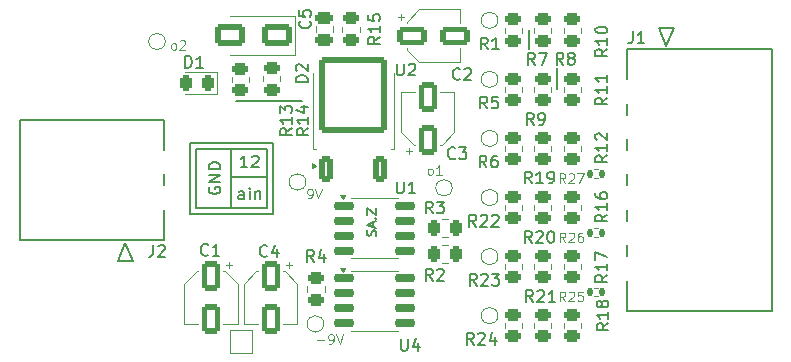
<source format=gto>
G04 #@! TF.GenerationSoftware,KiCad,Pcbnew,7.0.11-7.0.11~ubuntu22.04.1*
G04 #@! TF.CreationDate,2024-12-11T14:00:36+07:00*
G04 #@! TF.ProjectId,seat_golden,73656174-5f67-46f6-9c64-656e2e6b6963,rev?*
G04 #@! TF.SameCoordinates,Original*
G04 #@! TF.FileFunction,Legend,Top*
G04 #@! TF.FilePolarity,Positive*
%FSLAX46Y46*%
G04 Gerber Fmt 4.6, Leading zero omitted, Abs format (unit mm)*
G04 Created by KiCad (PCBNEW 7.0.11-7.0.11~ubuntu22.04.1) date 2024-12-11 14:00:36*
%MOMM*%
%LPD*%
G01*
G04 APERTURE LIST*
G04 Aperture macros list*
%AMRoundRect*
0 Rectangle with rounded corners*
0 $1 Rounding radius*
0 $2 $3 $4 $5 $6 $7 $8 $9 X,Y pos of 4 corners*
0 Add a 4 corners polygon primitive as box body*
4,1,4,$2,$3,$4,$5,$6,$7,$8,$9,$2,$3,0*
0 Add four circle primitives for the rounded corners*
1,1,$1+$1,$2,$3*
1,1,$1+$1,$4,$5*
1,1,$1+$1,$6,$7*
1,1,$1+$1,$8,$9*
0 Add four rect primitives between the rounded corners*
20,1,$1+$1,$2,$3,$4,$5,0*
20,1,$1+$1,$4,$5,$6,$7,0*
20,1,$1+$1,$6,$7,$8,$9,0*
20,1,$1+$1,$8,$9,$2,$3,0*%
G04 Aperture macros list end*
%ADD10C,0.150000*%
%ADD11C,0.100000*%
%ADD12C,0.120000*%
%ADD13C,0.152400*%
%ADD14C,3.000000*%
%ADD15RoundRect,0.250000X0.450000X-0.262500X0.450000X0.262500X-0.450000X0.262500X-0.450000X-0.262500X0*%
%ADD16RoundRect,0.250000X0.262500X0.450000X-0.262500X0.450000X-0.262500X-0.450000X0.262500X-0.450000X0*%
%ADD17C,1.000000*%
%ADD18RoundRect,0.250000X-0.475000X0.250000X-0.475000X-0.250000X0.475000X-0.250000X0.475000X0.250000X0*%
%ADD19RoundRect,0.250000X0.550000X-1.050000X0.550000X1.050000X-0.550000X1.050000X-0.550000X-1.050000X0*%
%ADD20C,2.999999*%
%ADD21C,1.520000*%
%ADD22R,1.520000X1.520000*%
%ADD23RoundRect,0.250000X-0.450000X0.262500X-0.450000X-0.262500X0.450000X-0.262500X0.450000X0.262500X0*%
%ADD24RoundRect,0.243750X0.243750X0.456250X-0.243750X0.456250X-0.243750X-0.456250X0.243750X-0.456250X0*%
%ADD25R,1.500000X1.500000*%
%ADD26RoundRect,0.135000X-0.135000X-0.185000X0.135000X-0.185000X0.135000X0.185000X-0.135000X0.185000X0*%
%ADD27RoundRect,0.250000X-0.550000X1.050000X-0.550000X-1.050000X0.550000X-1.050000X0.550000X1.050000X0*%
%ADD28RoundRect,0.250000X-1.050000X-0.550000X1.050000X-0.550000X1.050000X0.550000X-1.050000X0.550000X0*%
%ADD29RoundRect,0.250000X0.350000X-0.850000X0.350000X0.850000X-0.350000X0.850000X-0.350000X-0.850000X0*%
%ADD30RoundRect,0.249997X2.650003X-2.950003X2.650003X2.950003X-2.650003X2.950003X-2.650003X-2.950003X0*%
%ADD31RoundRect,0.250000X-0.262500X-0.450000X0.262500X-0.450000X0.262500X0.450000X-0.262500X0.450000X0*%
%ADD32RoundRect,0.250000X1.000000X0.650000X-1.000000X0.650000X-1.000000X-0.650000X1.000000X-0.650000X0*%
%ADD33RoundRect,0.150000X-0.725000X-0.150000X0.725000X-0.150000X0.725000X0.150000X-0.725000X0.150000X0*%
G04 APERTURE END LIST*
D10*
X16000000Y-14800000D02*
X18900000Y-14800000D01*
X13000000Y-17400000D02*
X13000000Y-12400000D01*
X43564214Y-7314214D02*
X43564214Y-5514214D01*
X21964214Y-8314214D02*
X16364214Y-8314214D01*
X19000000Y-17400000D02*
X13000000Y-17400000D01*
X16000000Y-12400000D02*
X16000000Y-17400000D01*
X41164214Y-2314214D02*
X41164214Y-3914214D01*
X12500000Y-11900000D02*
X19500000Y-11900000D01*
X19500000Y-17900000D01*
X12500000Y-17900000D01*
X12500000Y-11900000D01*
X19000000Y-12400000D02*
X19000000Y-17400000D01*
X13000000Y-12400000D02*
X19000000Y-12400000D01*
X17065350Y-16669819D02*
X17065350Y-16146009D01*
X17065350Y-16146009D02*
X17017731Y-16050771D01*
X17017731Y-16050771D02*
X16922493Y-16003152D01*
X16922493Y-16003152D02*
X16732017Y-16003152D01*
X16732017Y-16003152D02*
X16636779Y-16050771D01*
X17065350Y-16622200D02*
X16970112Y-16669819D01*
X16970112Y-16669819D02*
X16732017Y-16669819D01*
X16732017Y-16669819D02*
X16636779Y-16622200D01*
X16636779Y-16622200D02*
X16589160Y-16526961D01*
X16589160Y-16526961D02*
X16589160Y-16431723D01*
X16589160Y-16431723D02*
X16636779Y-16336485D01*
X16636779Y-16336485D02*
X16732017Y-16288866D01*
X16732017Y-16288866D02*
X16970112Y-16288866D01*
X16970112Y-16288866D02*
X17065350Y-16241247D01*
X17541541Y-16669819D02*
X17541541Y-16003152D01*
X17541541Y-15669819D02*
X17493922Y-15717438D01*
X17493922Y-15717438D02*
X17541541Y-15765057D01*
X17541541Y-15765057D02*
X17589160Y-15717438D01*
X17589160Y-15717438D02*
X17541541Y-15669819D01*
X17541541Y-15669819D02*
X17541541Y-15765057D01*
X18017731Y-16003152D02*
X18017731Y-16669819D01*
X18017731Y-16098390D02*
X18065350Y-16050771D01*
X18065350Y-16050771D02*
X18160588Y-16003152D01*
X18160588Y-16003152D02*
X18303445Y-16003152D01*
X18303445Y-16003152D02*
X18398683Y-16050771D01*
X18398683Y-16050771D02*
X18446302Y-16146009D01*
X18446302Y-16146009D02*
X18446302Y-16669819D01*
D11*
X11070550Y-3996895D02*
X10994360Y-3958800D01*
X10994360Y-3958800D02*
X10956265Y-3920704D01*
X10956265Y-3920704D02*
X10918169Y-3844514D01*
X10918169Y-3844514D02*
X10918169Y-3615942D01*
X10918169Y-3615942D02*
X10956265Y-3539752D01*
X10956265Y-3539752D02*
X10994360Y-3501657D01*
X10994360Y-3501657D02*
X11070550Y-3463561D01*
X11070550Y-3463561D02*
X11184836Y-3463561D01*
X11184836Y-3463561D02*
X11261027Y-3501657D01*
X11261027Y-3501657D02*
X11299122Y-3539752D01*
X11299122Y-3539752D02*
X11337217Y-3615942D01*
X11337217Y-3615942D02*
X11337217Y-3844514D01*
X11337217Y-3844514D02*
X11299122Y-3920704D01*
X11299122Y-3920704D02*
X11261027Y-3958800D01*
X11261027Y-3958800D02*
X11184836Y-3996895D01*
X11184836Y-3996895D02*
X11070550Y-3996895D01*
X11641979Y-3273085D02*
X11680075Y-3234990D01*
X11680075Y-3234990D02*
X11756265Y-3196895D01*
X11756265Y-3196895D02*
X11946741Y-3196895D01*
X11946741Y-3196895D02*
X12022932Y-3234990D01*
X12022932Y-3234990D02*
X12061027Y-3273085D01*
X12061027Y-3273085D02*
X12099122Y-3349276D01*
X12099122Y-3349276D02*
X12099122Y-3425466D01*
X12099122Y-3425466D02*
X12061027Y-3539752D01*
X12061027Y-3539752D02*
X11603884Y-3996895D01*
X11603884Y-3996895D02*
X12099122Y-3996895D01*
X22494360Y-16596895D02*
X22646741Y-16596895D01*
X22646741Y-16596895D02*
X22722931Y-16558800D01*
X22722931Y-16558800D02*
X22761027Y-16520704D01*
X22761027Y-16520704D02*
X22837217Y-16406419D01*
X22837217Y-16406419D02*
X22875312Y-16254038D01*
X22875312Y-16254038D02*
X22875312Y-15949276D01*
X22875312Y-15949276D02*
X22837217Y-15873085D01*
X22837217Y-15873085D02*
X22799122Y-15834990D01*
X22799122Y-15834990D02*
X22722931Y-15796895D01*
X22722931Y-15796895D02*
X22570550Y-15796895D01*
X22570550Y-15796895D02*
X22494360Y-15834990D01*
X22494360Y-15834990D02*
X22456265Y-15873085D01*
X22456265Y-15873085D02*
X22418169Y-15949276D01*
X22418169Y-15949276D02*
X22418169Y-16139752D01*
X22418169Y-16139752D02*
X22456265Y-16215942D01*
X22456265Y-16215942D02*
X22494360Y-16254038D01*
X22494360Y-16254038D02*
X22570550Y-16292133D01*
X22570550Y-16292133D02*
X22722931Y-16292133D01*
X22722931Y-16292133D02*
X22799122Y-16254038D01*
X22799122Y-16254038D02*
X22837217Y-16215942D01*
X22837217Y-16215942D02*
X22875312Y-16139752D01*
X23103884Y-15796895D02*
X23370551Y-16596895D01*
X23370551Y-16596895D02*
X23637217Y-15796895D01*
X23256265Y-28592133D02*
X23865789Y-28592133D01*
X24284836Y-28896895D02*
X24437217Y-28896895D01*
X24437217Y-28896895D02*
X24513407Y-28858800D01*
X24513407Y-28858800D02*
X24551503Y-28820704D01*
X24551503Y-28820704D02*
X24627693Y-28706419D01*
X24627693Y-28706419D02*
X24665788Y-28554038D01*
X24665788Y-28554038D02*
X24665788Y-28249276D01*
X24665788Y-28249276D02*
X24627693Y-28173085D01*
X24627693Y-28173085D02*
X24589598Y-28134990D01*
X24589598Y-28134990D02*
X24513407Y-28096895D01*
X24513407Y-28096895D02*
X24361026Y-28096895D01*
X24361026Y-28096895D02*
X24284836Y-28134990D01*
X24284836Y-28134990D02*
X24246741Y-28173085D01*
X24246741Y-28173085D02*
X24208645Y-28249276D01*
X24208645Y-28249276D02*
X24208645Y-28439752D01*
X24208645Y-28439752D02*
X24246741Y-28515942D01*
X24246741Y-28515942D02*
X24284836Y-28554038D01*
X24284836Y-28554038D02*
X24361026Y-28592133D01*
X24361026Y-28592133D02*
X24513407Y-28592133D01*
X24513407Y-28592133D02*
X24589598Y-28554038D01*
X24589598Y-28554038D02*
X24627693Y-28515942D01*
X24627693Y-28515942D02*
X24665788Y-28439752D01*
X24894360Y-28096895D02*
X25161027Y-28896895D01*
X25161027Y-28896895D02*
X25427693Y-28096895D01*
D10*
X28220414Y-19763149D02*
X28258509Y-19648863D01*
X28258509Y-19648863D02*
X28258509Y-19458387D01*
X28258509Y-19458387D02*
X28220414Y-19382196D01*
X28220414Y-19382196D02*
X28182318Y-19344101D01*
X28182318Y-19344101D02*
X28106128Y-19306006D01*
X28106128Y-19306006D02*
X28029937Y-19306006D01*
X28029937Y-19306006D02*
X27953747Y-19344101D01*
X27953747Y-19344101D02*
X27915652Y-19382196D01*
X27915652Y-19382196D02*
X27877556Y-19458387D01*
X27877556Y-19458387D02*
X27839461Y-19610768D01*
X27839461Y-19610768D02*
X27801366Y-19686958D01*
X27801366Y-19686958D02*
X27763271Y-19725053D01*
X27763271Y-19725053D02*
X27687080Y-19763149D01*
X27687080Y-19763149D02*
X27610890Y-19763149D01*
X27610890Y-19763149D02*
X27534699Y-19725053D01*
X27534699Y-19725053D02*
X27496604Y-19686958D01*
X27496604Y-19686958D02*
X27458509Y-19610768D01*
X27458509Y-19610768D02*
X27458509Y-19420291D01*
X27458509Y-19420291D02*
X27496604Y-19306006D01*
X28029937Y-19001244D02*
X28029937Y-18620291D01*
X28258509Y-19077434D02*
X27458509Y-18810767D01*
X27458509Y-18810767D02*
X28258509Y-18544101D01*
X28182318Y-18277434D02*
X28220414Y-18239339D01*
X28220414Y-18239339D02*
X28258509Y-18277434D01*
X28258509Y-18277434D02*
X28220414Y-18315530D01*
X28220414Y-18315530D02*
X28182318Y-18277434D01*
X28182318Y-18277434D02*
X28258509Y-18277434D01*
X27458509Y-17972673D02*
X27458509Y-17439339D01*
X27458509Y-17439339D02*
X28258509Y-17972673D01*
X28258509Y-17972673D02*
X28258509Y-17439339D01*
D11*
X32770550Y-14596895D02*
X32694360Y-14558800D01*
X32694360Y-14558800D02*
X32656265Y-14520704D01*
X32656265Y-14520704D02*
X32618169Y-14444514D01*
X32618169Y-14444514D02*
X32618169Y-14215942D01*
X32618169Y-14215942D02*
X32656265Y-14139752D01*
X32656265Y-14139752D02*
X32694360Y-14101657D01*
X32694360Y-14101657D02*
X32770550Y-14063561D01*
X32770550Y-14063561D02*
X32884836Y-14063561D01*
X32884836Y-14063561D02*
X32961027Y-14101657D01*
X32961027Y-14101657D02*
X32999122Y-14139752D01*
X32999122Y-14139752D02*
X33037217Y-14215942D01*
X33037217Y-14215942D02*
X33037217Y-14444514D01*
X33037217Y-14444514D02*
X32999122Y-14520704D01*
X32999122Y-14520704D02*
X32961027Y-14558800D01*
X32961027Y-14558800D02*
X32884836Y-14596895D01*
X32884836Y-14596895D02*
X32770550Y-14596895D01*
X33799122Y-14596895D02*
X33341979Y-14596895D01*
X33570551Y-14596895D02*
X33570551Y-13796895D01*
X33570551Y-13796895D02*
X33494360Y-13911180D01*
X33494360Y-13911180D02*
X33418170Y-13987371D01*
X33418170Y-13987371D02*
X33341979Y-14025466D01*
D10*
X17360588Y-13969819D02*
X16789160Y-13969819D01*
X17074874Y-13969819D02*
X17074874Y-12969819D01*
X17074874Y-12969819D02*
X16979636Y-13112676D01*
X16979636Y-13112676D02*
X16884398Y-13207914D01*
X16884398Y-13207914D02*
X16789160Y-13255533D01*
X17741541Y-13065057D02*
X17789160Y-13017438D01*
X17789160Y-13017438D02*
X17884398Y-12969819D01*
X17884398Y-12969819D02*
X18122493Y-12969819D01*
X18122493Y-12969819D02*
X18217731Y-13017438D01*
X18217731Y-13017438D02*
X18265350Y-13065057D01*
X18265350Y-13065057D02*
X18312969Y-13160295D01*
X18312969Y-13160295D02*
X18312969Y-13255533D01*
X18312969Y-13255533D02*
X18265350Y-13398390D01*
X18265350Y-13398390D02*
X17693922Y-13969819D01*
X17693922Y-13969819D02*
X18312969Y-13969819D01*
X14117438Y-15639411D02*
X14069819Y-15734649D01*
X14069819Y-15734649D02*
X14069819Y-15877506D01*
X14069819Y-15877506D02*
X14117438Y-16020363D01*
X14117438Y-16020363D02*
X14212676Y-16115601D01*
X14212676Y-16115601D02*
X14307914Y-16163220D01*
X14307914Y-16163220D02*
X14498390Y-16210839D01*
X14498390Y-16210839D02*
X14641247Y-16210839D01*
X14641247Y-16210839D02*
X14831723Y-16163220D01*
X14831723Y-16163220D02*
X14926961Y-16115601D01*
X14926961Y-16115601D02*
X15022200Y-16020363D01*
X15022200Y-16020363D02*
X15069819Y-15877506D01*
X15069819Y-15877506D02*
X15069819Y-15782268D01*
X15069819Y-15782268D02*
X15022200Y-15639411D01*
X15022200Y-15639411D02*
X14974580Y-15591792D01*
X14974580Y-15591792D02*
X14641247Y-15591792D01*
X14641247Y-15591792D02*
X14641247Y-15782268D01*
X15069819Y-15163220D02*
X14069819Y-15163220D01*
X14069819Y-15163220D02*
X15069819Y-14591792D01*
X15069819Y-14591792D02*
X14069819Y-14591792D01*
X15069819Y-14115601D02*
X14069819Y-14115601D01*
X14069819Y-14115601D02*
X14069819Y-13877506D01*
X14069819Y-13877506D02*
X14117438Y-13734649D01*
X14117438Y-13734649D02*
X14212676Y-13639411D01*
X14212676Y-13639411D02*
X14307914Y-13591792D01*
X14307914Y-13591792D02*
X14498390Y-13544173D01*
X14498390Y-13544173D02*
X14641247Y-13544173D01*
X14641247Y-13544173D02*
X14831723Y-13591792D01*
X14831723Y-13591792D02*
X14926961Y-13639411D01*
X14926961Y-13639411D02*
X15022200Y-13734649D01*
X15022200Y-13734649D02*
X15069819Y-13877506D01*
X15069819Y-13877506D02*
X15069819Y-14115601D01*
X47819033Y-8057071D02*
X47342842Y-8390404D01*
X47819033Y-8628499D02*
X46819033Y-8628499D01*
X46819033Y-8628499D02*
X46819033Y-8247547D01*
X46819033Y-8247547D02*
X46866652Y-8152309D01*
X46866652Y-8152309D02*
X46914271Y-8104690D01*
X46914271Y-8104690D02*
X47009509Y-8057071D01*
X47009509Y-8057071D02*
X47152366Y-8057071D01*
X47152366Y-8057071D02*
X47247604Y-8104690D01*
X47247604Y-8104690D02*
X47295223Y-8152309D01*
X47295223Y-8152309D02*
X47342842Y-8247547D01*
X47342842Y-8247547D02*
X47342842Y-8628499D01*
X47819033Y-7104690D02*
X47819033Y-7676118D01*
X47819033Y-7390404D02*
X46819033Y-7390404D01*
X46819033Y-7390404D02*
X46961890Y-7485642D01*
X46961890Y-7485642D02*
X47057128Y-7580880D01*
X47057128Y-7580880D02*
X47104747Y-7676118D01*
X47819033Y-6152309D02*
X47819033Y-6723737D01*
X47819033Y-6438023D02*
X46819033Y-6438023D01*
X46819033Y-6438023D02*
X46961890Y-6533261D01*
X46961890Y-6533261D02*
X47057128Y-6628499D01*
X47057128Y-6628499D02*
X47104747Y-6723737D01*
X33033333Y-23554819D02*
X32700000Y-23078628D01*
X32461905Y-23554819D02*
X32461905Y-22554819D01*
X32461905Y-22554819D02*
X32842857Y-22554819D01*
X32842857Y-22554819D02*
X32938095Y-22602438D01*
X32938095Y-22602438D02*
X32985714Y-22650057D01*
X32985714Y-22650057D02*
X33033333Y-22745295D01*
X33033333Y-22745295D02*
X33033333Y-22888152D01*
X33033333Y-22888152D02*
X32985714Y-22983390D01*
X32985714Y-22983390D02*
X32938095Y-23031009D01*
X32938095Y-23031009D02*
X32842857Y-23078628D01*
X32842857Y-23078628D02*
X32461905Y-23078628D01*
X33414286Y-22650057D02*
X33461905Y-22602438D01*
X33461905Y-22602438D02*
X33557143Y-22554819D01*
X33557143Y-22554819D02*
X33795238Y-22554819D01*
X33795238Y-22554819D02*
X33890476Y-22602438D01*
X33890476Y-22602438D02*
X33938095Y-22650057D01*
X33938095Y-22650057D02*
X33985714Y-22745295D01*
X33985714Y-22745295D02*
X33985714Y-22840533D01*
X33985714Y-22840533D02*
X33938095Y-22983390D01*
X33938095Y-22983390D02*
X33366667Y-23554819D01*
X33366667Y-23554819D02*
X33985714Y-23554819D01*
X22623794Y-1580880D02*
X22671414Y-1628499D01*
X22671414Y-1628499D02*
X22719033Y-1771356D01*
X22719033Y-1771356D02*
X22719033Y-1866594D01*
X22719033Y-1866594D02*
X22671414Y-2009451D01*
X22671414Y-2009451D02*
X22576175Y-2104689D01*
X22576175Y-2104689D02*
X22480937Y-2152308D01*
X22480937Y-2152308D02*
X22290461Y-2199927D01*
X22290461Y-2199927D02*
X22147604Y-2199927D01*
X22147604Y-2199927D02*
X21957128Y-2152308D01*
X21957128Y-2152308D02*
X21861890Y-2104689D01*
X21861890Y-2104689D02*
X21766652Y-2009451D01*
X21766652Y-2009451D02*
X21719033Y-1866594D01*
X21719033Y-1866594D02*
X21719033Y-1771356D01*
X21719033Y-1771356D02*
X21766652Y-1628499D01*
X21766652Y-1628499D02*
X21814271Y-1580880D01*
X21719033Y-676118D02*
X21719033Y-1152308D01*
X21719033Y-1152308D02*
X22195223Y-1199927D01*
X22195223Y-1199927D02*
X22147604Y-1152308D01*
X22147604Y-1152308D02*
X22099985Y-1057070D01*
X22099985Y-1057070D02*
X22099985Y-818975D01*
X22099985Y-818975D02*
X22147604Y-723737D01*
X22147604Y-723737D02*
X22195223Y-676118D01*
X22195223Y-676118D02*
X22290461Y-628499D01*
X22290461Y-628499D02*
X22528556Y-628499D01*
X22528556Y-628499D02*
X22623794Y-676118D01*
X22623794Y-676118D02*
X22671414Y-723737D01*
X22671414Y-723737D02*
X22719033Y-818975D01*
X22719033Y-818975D02*
X22719033Y-1057070D01*
X22719033Y-1057070D02*
X22671414Y-1152308D01*
X22671414Y-1152308D02*
X22623794Y-1199927D01*
X34947547Y-13173794D02*
X34899928Y-13221414D01*
X34899928Y-13221414D02*
X34757071Y-13269033D01*
X34757071Y-13269033D02*
X34661833Y-13269033D01*
X34661833Y-13269033D02*
X34518976Y-13221414D01*
X34518976Y-13221414D02*
X34423738Y-13126175D01*
X34423738Y-13126175D02*
X34376119Y-13030937D01*
X34376119Y-13030937D02*
X34328500Y-12840461D01*
X34328500Y-12840461D02*
X34328500Y-12697604D01*
X34328500Y-12697604D02*
X34376119Y-12507128D01*
X34376119Y-12507128D02*
X34423738Y-12411890D01*
X34423738Y-12411890D02*
X34518976Y-12316652D01*
X34518976Y-12316652D02*
X34661833Y-12269033D01*
X34661833Y-12269033D02*
X34757071Y-12269033D01*
X34757071Y-12269033D02*
X34899928Y-12316652D01*
X34899928Y-12316652D02*
X34947547Y-12364271D01*
X35280881Y-12269033D02*
X35899928Y-12269033D01*
X35899928Y-12269033D02*
X35566595Y-12649985D01*
X35566595Y-12649985D02*
X35709452Y-12649985D01*
X35709452Y-12649985D02*
X35804690Y-12697604D01*
X35804690Y-12697604D02*
X35852309Y-12745223D01*
X35852309Y-12745223D02*
X35899928Y-12840461D01*
X35899928Y-12840461D02*
X35899928Y-13078556D01*
X35899928Y-13078556D02*
X35852309Y-13173794D01*
X35852309Y-13173794D02*
X35804690Y-13221414D01*
X35804690Y-13221414D02*
X35709452Y-13269033D01*
X35709452Y-13269033D02*
X35423738Y-13269033D01*
X35423738Y-13269033D02*
X35328500Y-13221414D01*
X35328500Y-13221414D02*
X35280881Y-13173794D01*
X49966666Y-2454819D02*
X49966666Y-3169104D01*
X49966666Y-3169104D02*
X49919047Y-3311961D01*
X49919047Y-3311961D02*
X49823809Y-3407200D01*
X49823809Y-3407200D02*
X49680952Y-3454819D01*
X49680952Y-3454819D02*
X49585714Y-3454819D01*
X50966666Y-3454819D02*
X50395238Y-3454819D01*
X50680952Y-3454819D02*
X50680952Y-2454819D01*
X50680952Y-2454819D02*
X50585714Y-2597676D01*
X50585714Y-2597676D02*
X50490476Y-2692914D01*
X50490476Y-2692914D02*
X50395238Y-2740533D01*
X41421356Y-15319033D02*
X41088023Y-14842842D01*
X40849928Y-15319033D02*
X40849928Y-14319033D01*
X40849928Y-14319033D02*
X41230880Y-14319033D01*
X41230880Y-14319033D02*
X41326118Y-14366652D01*
X41326118Y-14366652D02*
X41373737Y-14414271D01*
X41373737Y-14414271D02*
X41421356Y-14509509D01*
X41421356Y-14509509D02*
X41421356Y-14652366D01*
X41421356Y-14652366D02*
X41373737Y-14747604D01*
X41373737Y-14747604D02*
X41326118Y-14795223D01*
X41326118Y-14795223D02*
X41230880Y-14842842D01*
X41230880Y-14842842D02*
X40849928Y-14842842D01*
X42373737Y-15319033D02*
X41802309Y-15319033D01*
X42088023Y-15319033D02*
X42088023Y-14319033D01*
X42088023Y-14319033D02*
X41992785Y-14461890D01*
X41992785Y-14461890D02*
X41897547Y-14557128D01*
X41897547Y-14557128D02*
X41802309Y-14604747D01*
X42849928Y-15319033D02*
X43040404Y-15319033D01*
X43040404Y-15319033D02*
X43135642Y-15271414D01*
X43135642Y-15271414D02*
X43183261Y-15223794D01*
X43183261Y-15223794D02*
X43278499Y-15080937D01*
X43278499Y-15080937D02*
X43326118Y-14890461D01*
X43326118Y-14890461D02*
X43326118Y-14509509D01*
X43326118Y-14509509D02*
X43278499Y-14414271D01*
X43278499Y-14414271D02*
X43230880Y-14366652D01*
X43230880Y-14366652D02*
X43135642Y-14319033D01*
X43135642Y-14319033D02*
X42945166Y-14319033D01*
X42945166Y-14319033D02*
X42849928Y-14366652D01*
X42849928Y-14366652D02*
X42802309Y-14414271D01*
X42802309Y-14414271D02*
X42754690Y-14509509D01*
X42754690Y-14509509D02*
X42754690Y-14747604D01*
X42754690Y-14747604D02*
X42802309Y-14842842D01*
X42802309Y-14842842D02*
X42849928Y-14890461D01*
X42849928Y-14890461D02*
X42945166Y-14938080D01*
X42945166Y-14938080D02*
X43135642Y-14938080D01*
X43135642Y-14938080D02*
X43230880Y-14890461D01*
X43230880Y-14890461D02*
X43278499Y-14842842D01*
X43278499Y-14842842D02*
X43326118Y-14747604D01*
X21119033Y-10657071D02*
X20642842Y-10990404D01*
X21119033Y-11228499D02*
X20119033Y-11228499D01*
X20119033Y-11228499D02*
X20119033Y-10847547D01*
X20119033Y-10847547D02*
X20166652Y-10752309D01*
X20166652Y-10752309D02*
X20214271Y-10704690D01*
X20214271Y-10704690D02*
X20309509Y-10657071D01*
X20309509Y-10657071D02*
X20452366Y-10657071D01*
X20452366Y-10657071D02*
X20547604Y-10704690D01*
X20547604Y-10704690D02*
X20595223Y-10752309D01*
X20595223Y-10752309D02*
X20642842Y-10847547D01*
X20642842Y-10847547D02*
X20642842Y-11228499D01*
X21119033Y-9704690D02*
X21119033Y-10276118D01*
X21119033Y-9990404D02*
X20119033Y-9990404D01*
X20119033Y-9990404D02*
X20261890Y-10085642D01*
X20261890Y-10085642D02*
X20357128Y-10180880D01*
X20357128Y-10180880D02*
X20404747Y-10276118D01*
X20119033Y-9371356D02*
X20119033Y-8752309D01*
X20119033Y-8752309D02*
X20499985Y-9085642D01*
X20499985Y-9085642D02*
X20499985Y-8942785D01*
X20499985Y-8942785D02*
X20547604Y-8847547D01*
X20547604Y-8847547D02*
X20595223Y-8799928D01*
X20595223Y-8799928D02*
X20690461Y-8752309D01*
X20690461Y-8752309D02*
X20928556Y-8752309D01*
X20928556Y-8752309D02*
X21023794Y-8799928D01*
X21023794Y-8799928D02*
X21071414Y-8847547D01*
X21071414Y-8847547D02*
X21119033Y-8942785D01*
X21119033Y-8942785D02*
X21119033Y-9228499D01*
X21119033Y-9228499D02*
X21071414Y-9323737D01*
X21071414Y-9323737D02*
X21023794Y-9371356D01*
X12076119Y-5519033D02*
X12076119Y-4519033D01*
X12076119Y-4519033D02*
X12314214Y-4519033D01*
X12314214Y-4519033D02*
X12457071Y-4566652D01*
X12457071Y-4566652D02*
X12552309Y-4661890D01*
X12552309Y-4661890D02*
X12599928Y-4757128D01*
X12599928Y-4757128D02*
X12647547Y-4947604D01*
X12647547Y-4947604D02*
X12647547Y-5090461D01*
X12647547Y-5090461D02*
X12599928Y-5280937D01*
X12599928Y-5280937D02*
X12552309Y-5376175D01*
X12552309Y-5376175D02*
X12457071Y-5471414D01*
X12457071Y-5471414D02*
X12314214Y-5519033D01*
X12314214Y-5519033D02*
X12076119Y-5519033D01*
X13599928Y-5519033D02*
X13028500Y-5519033D01*
X13314214Y-5519033D02*
X13314214Y-4519033D01*
X13314214Y-4519033D02*
X13218976Y-4661890D01*
X13218976Y-4661890D02*
X13123738Y-4757128D01*
X13123738Y-4757128D02*
X13028500Y-4804747D01*
X37697547Y-3969033D02*
X37364214Y-3492842D01*
X37126119Y-3969033D02*
X37126119Y-2969033D01*
X37126119Y-2969033D02*
X37507071Y-2969033D01*
X37507071Y-2969033D02*
X37602309Y-3016652D01*
X37602309Y-3016652D02*
X37649928Y-3064271D01*
X37649928Y-3064271D02*
X37697547Y-3159509D01*
X37697547Y-3159509D02*
X37697547Y-3302366D01*
X37697547Y-3302366D02*
X37649928Y-3397604D01*
X37649928Y-3397604D02*
X37602309Y-3445223D01*
X37602309Y-3445223D02*
X37507071Y-3492842D01*
X37507071Y-3492842D02*
X37126119Y-3492842D01*
X38649928Y-3969033D02*
X38078500Y-3969033D01*
X38364214Y-3969033D02*
X38364214Y-2969033D01*
X38364214Y-2969033D02*
X38268976Y-3111890D01*
X38268976Y-3111890D02*
X38173738Y-3207128D01*
X38173738Y-3207128D02*
X38078500Y-3254747D01*
D11*
X44249928Y-15279109D02*
X43983261Y-14898156D01*
X43792785Y-15279109D02*
X43792785Y-14479109D01*
X43792785Y-14479109D02*
X44097547Y-14479109D01*
X44097547Y-14479109D02*
X44173737Y-14517204D01*
X44173737Y-14517204D02*
X44211832Y-14555299D01*
X44211832Y-14555299D02*
X44249928Y-14631490D01*
X44249928Y-14631490D02*
X44249928Y-14745775D01*
X44249928Y-14745775D02*
X44211832Y-14821966D01*
X44211832Y-14821966D02*
X44173737Y-14860061D01*
X44173737Y-14860061D02*
X44097547Y-14898156D01*
X44097547Y-14898156D02*
X43792785Y-14898156D01*
X44554689Y-14555299D02*
X44592785Y-14517204D01*
X44592785Y-14517204D02*
X44668975Y-14479109D01*
X44668975Y-14479109D02*
X44859451Y-14479109D01*
X44859451Y-14479109D02*
X44935642Y-14517204D01*
X44935642Y-14517204D02*
X44973737Y-14555299D01*
X44973737Y-14555299D02*
X45011832Y-14631490D01*
X45011832Y-14631490D02*
X45011832Y-14707680D01*
X45011832Y-14707680D02*
X44973737Y-14821966D01*
X44973737Y-14821966D02*
X44516594Y-15279109D01*
X44516594Y-15279109D02*
X45011832Y-15279109D01*
X45278499Y-14479109D02*
X45811833Y-14479109D01*
X45811833Y-14479109D02*
X45468975Y-15279109D01*
D10*
X19033333Y-21445366D02*
X18985714Y-21492986D01*
X18985714Y-21492986D02*
X18842857Y-21540605D01*
X18842857Y-21540605D02*
X18747619Y-21540605D01*
X18747619Y-21540605D02*
X18604762Y-21492986D01*
X18604762Y-21492986D02*
X18509524Y-21397747D01*
X18509524Y-21397747D02*
X18461905Y-21302509D01*
X18461905Y-21302509D02*
X18414286Y-21112033D01*
X18414286Y-21112033D02*
X18414286Y-20969176D01*
X18414286Y-20969176D02*
X18461905Y-20778700D01*
X18461905Y-20778700D02*
X18509524Y-20683462D01*
X18509524Y-20683462D02*
X18604762Y-20588224D01*
X18604762Y-20588224D02*
X18747619Y-20540605D01*
X18747619Y-20540605D02*
X18842857Y-20540605D01*
X18842857Y-20540605D02*
X18985714Y-20588224D01*
X18985714Y-20588224D02*
X19033333Y-20635843D01*
X19890476Y-20873938D02*
X19890476Y-21540605D01*
X19652381Y-20492986D02*
X19414286Y-21207271D01*
X19414286Y-21207271D02*
X20033333Y-21207271D01*
X47819033Y-3942857D02*
X47342842Y-4276190D01*
X47819033Y-4514285D02*
X46819033Y-4514285D01*
X46819033Y-4514285D02*
X46819033Y-4133333D01*
X46819033Y-4133333D02*
X46866652Y-4038095D01*
X46866652Y-4038095D02*
X46914271Y-3990476D01*
X46914271Y-3990476D02*
X47009509Y-3942857D01*
X47009509Y-3942857D02*
X47152366Y-3942857D01*
X47152366Y-3942857D02*
X47247604Y-3990476D01*
X47247604Y-3990476D02*
X47295223Y-4038095D01*
X47295223Y-4038095D02*
X47342842Y-4133333D01*
X47342842Y-4133333D02*
X47342842Y-4514285D01*
X47819033Y-2990476D02*
X47819033Y-3561904D01*
X47819033Y-3276190D02*
X46819033Y-3276190D01*
X46819033Y-3276190D02*
X46961890Y-3371428D01*
X46961890Y-3371428D02*
X47057128Y-3466666D01*
X47057128Y-3466666D02*
X47104747Y-3561904D01*
X46819033Y-2371428D02*
X46819033Y-2276190D01*
X46819033Y-2276190D02*
X46866652Y-2180952D01*
X46866652Y-2180952D02*
X46914271Y-2133333D01*
X46914271Y-2133333D02*
X47009509Y-2085714D01*
X47009509Y-2085714D02*
X47199985Y-2038095D01*
X47199985Y-2038095D02*
X47438080Y-2038095D01*
X47438080Y-2038095D02*
X47628556Y-2085714D01*
X47628556Y-2085714D02*
X47723794Y-2133333D01*
X47723794Y-2133333D02*
X47771414Y-2180952D01*
X47771414Y-2180952D02*
X47819033Y-2276190D01*
X47819033Y-2276190D02*
X47819033Y-2371428D01*
X47819033Y-2371428D02*
X47771414Y-2466666D01*
X47771414Y-2466666D02*
X47723794Y-2514285D01*
X47723794Y-2514285D02*
X47628556Y-2561904D01*
X47628556Y-2561904D02*
X47438080Y-2609523D01*
X47438080Y-2609523D02*
X47199985Y-2609523D01*
X47199985Y-2609523D02*
X47009509Y-2561904D01*
X47009509Y-2561904D02*
X46914271Y-2514285D01*
X46914271Y-2514285D02*
X46866652Y-2466666D01*
X46866652Y-2466666D02*
X46819033Y-2371428D01*
X41421356Y-20369033D02*
X41088023Y-19892842D01*
X40849928Y-20369033D02*
X40849928Y-19369033D01*
X40849928Y-19369033D02*
X41230880Y-19369033D01*
X41230880Y-19369033D02*
X41326118Y-19416652D01*
X41326118Y-19416652D02*
X41373737Y-19464271D01*
X41373737Y-19464271D02*
X41421356Y-19559509D01*
X41421356Y-19559509D02*
X41421356Y-19702366D01*
X41421356Y-19702366D02*
X41373737Y-19797604D01*
X41373737Y-19797604D02*
X41326118Y-19845223D01*
X41326118Y-19845223D02*
X41230880Y-19892842D01*
X41230880Y-19892842D02*
X40849928Y-19892842D01*
X41802309Y-19464271D02*
X41849928Y-19416652D01*
X41849928Y-19416652D02*
X41945166Y-19369033D01*
X41945166Y-19369033D02*
X42183261Y-19369033D01*
X42183261Y-19369033D02*
X42278499Y-19416652D01*
X42278499Y-19416652D02*
X42326118Y-19464271D01*
X42326118Y-19464271D02*
X42373737Y-19559509D01*
X42373737Y-19559509D02*
X42373737Y-19654747D01*
X42373737Y-19654747D02*
X42326118Y-19797604D01*
X42326118Y-19797604D02*
X41754690Y-20369033D01*
X41754690Y-20369033D02*
X42373737Y-20369033D01*
X42992785Y-19369033D02*
X43088023Y-19369033D01*
X43088023Y-19369033D02*
X43183261Y-19416652D01*
X43183261Y-19416652D02*
X43230880Y-19464271D01*
X43230880Y-19464271D02*
X43278499Y-19559509D01*
X43278499Y-19559509D02*
X43326118Y-19749985D01*
X43326118Y-19749985D02*
X43326118Y-19988080D01*
X43326118Y-19988080D02*
X43278499Y-20178556D01*
X43278499Y-20178556D02*
X43230880Y-20273794D01*
X43230880Y-20273794D02*
X43183261Y-20321414D01*
X43183261Y-20321414D02*
X43088023Y-20369033D01*
X43088023Y-20369033D02*
X42992785Y-20369033D01*
X42992785Y-20369033D02*
X42897547Y-20321414D01*
X42897547Y-20321414D02*
X42849928Y-20273794D01*
X42849928Y-20273794D02*
X42802309Y-20178556D01*
X42802309Y-20178556D02*
X42754690Y-19988080D01*
X42754690Y-19988080D02*
X42754690Y-19749985D01*
X42754690Y-19749985D02*
X42802309Y-19559509D01*
X42802309Y-19559509D02*
X42849928Y-19464271D01*
X42849928Y-19464271D02*
X42897547Y-19416652D01*
X42897547Y-19416652D02*
X42992785Y-19369033D01*
X35347547Y-6473794D02*
X35299928Y-6521414D01*
X35299928Y-6521414D02*
X35157071Y-6569033D01*
X35157071Y-6569033D02*
X35061833Y-6569033D01*
X35061833Y-6569033D02*
X34918976Y-6521414D01*
X34918976Y-6521414D02*
X34823738Y-6426175D01*
X34823738Y-6426175D02*
X34776119Y-6330937D01*
X34776119Y-6330937D02*
X34728500Y-6140461D01*
X34728500Y-6140461D02*
X34728500Y-5997604D01*
X34728500Y-5997604D02*
X34776119Y-5807128D01*
X34776119Y-5807128D02*
X34823738Y-5711890D01*
X34823738Y-5711890D02*
X34918976Y-5616652D01*
X34918976Y-5616652D02*
X35061833Y-5569033D01*
X35061833Y-5569033D02*
X35157071Y-5569033D01*
X35157071Y-5569033D02*
X35299928Y-5616652D01*
X35299928Y-5616652D02*
X35347547Y-5664271D01*
X35728500Y-5664271D02*
X35776119Y-5616652D01*
X35776119Y-5616652D02*
X35871357Y-5569033D01*
X35871357Y-5569033D02*
X36109452Y-5569033D01*
X36109452Y-5569033D02*
X36204690Y-5616652D01*
X36204690Y-5616652D02*
X36252309Y-5664271D01*
X36252309Y-5664271D02*
X36299928Y-5759509D01*
X36299928Y-5759509D02*
X36299928Y-5854747D01*
X36299928Y-5854747D02*
X36252309Y-5997604D01*
X36252309Y-5997604D02*
X35680881Y-6569033D01*
X35680881Y-6569033D02*
X36299928Y-6569033D01*
X47819033Y-12957071D02*
X47342842Y-13290404D01*
X47819033Y-13528499D02*
X46819033Y-13528499D01*
X46819033Y-13528499D02*
X46819033Y-13147547D01*
X46819033Y-13147547D02*
X46866652Y-13052309D01*
X46866652Y-13052309D02*
X46914271Y-13004690D01*
X46914271Y-13004690D02*
X47009509Y-12957071D01*
X47009509Y-12957071D02*
X47152366Y-12957071D01*
X47152366Y-12957071D02*
X47247604Y-13004690D01*
X47247604Y-13004690D02*
X47295223Y-13052309D01*
X47295223Y-13052309D02*
X47342842Y-13147547D01*
X47342842Y-13147547D02*
X47342842Y-13528499D01*
X47819033Y-12004690D02*
X47819033Y-12576118D01*
X47819033Y-12290404D02*
X46819033Y-12290404D01*
X46819033Y-12290404D02*
X46961890Y-12385642D01*
X46961890Y-12385642D02*
X47057128Y-12480880D01*
X47057128Y-12480880D02*
X47104747Y-12576118D01*
X46914271Y-11623737D02*
X46866652Y-11576118D01*
X46866652Y-11576118D02*
X46819033Y-11480880D01*
X46819033Y-11480880D02*
X46819033Y-11242785D01*
X46819033Y-11242785D02*
X46866652Y-11147547D01*
X46866652Y-11147547D02*
X46914271Y-11099928D01*
X46914271Y-11099928D02*
X47009509Y-11052309D01*
X47009509Y-11052309D02*
X47104747Y-11052309D01*
X47104747Y-11052309D02*
X47247604Y-11099928D01*
X47247604Y-11099928D02*
X47819033Y-11671356D01*
X47819033Y-11671356D02*
X47819033Y-11052309D01*
X47819033Y-17957071D02*
X47342842Y-18290404D01*
X47819033Y-18528499D02*
X46819033Y-18528499D01*
X46819033Y-18528499D02*
X46819033Y-18147547D01*
X46819033Y-18147547D02*
X46866652Y-18052309D01*
X46866652Y-18052309D02*
X46914271Y-18004690D01*
X46914271Y-18004690D02*
X47009509Y-17957071D01*
X47009509Y-17957071D02*
X47152366Y-17957071D01*
X47152366Y-17957071D02*
X47247604Y-18004690D01*
X47247604Y-18004690D02*
X47295223Y-18052309D01*
X47295223Y-18052309D02*
X47342842Y-18147547D01*
X47342842Y-18147547D02*
X47342842Y-18528499D01*
X47819033Y-17004690D02*
X47819033Y-17576118D01*
X47819033Y-17290404D02*
X46819033Y-17290404D01*
X46819033Y-17290404D02*
X46961890Y-17385642D01*
X46961890Y-17385642D02*
X47057128Y-17480880D01*
X47057128Y-17480880D02*
X47104747Y-17576118D01*
X46819033Y-16147547D02*
X46819033Y-16338023D01*
X46819033Y-16338023D02*
X46866652Y-16433261D01*
X46866652Y-16433261D02*
X46914271Y-16480880D01*
X46914271Y-16480880D02*
X47057128Y-16576118D01*
X47057128Y-16576118D02*
X47247604Y-16623737D01*
X47247604Y-16623737D02*
X47628556Y-16623737D01*
X47628556Y-16623737D02*
X47723794Y-16576118D01*
X47723794Y-16576118D02*
X47771414Y-16528499D01*
X47771414Y-16528499D02*
X47819033Y-16433261D01*
X47819033Y-16433261D02*
X47819033Y-16242785D01*
X47819033Y-16242785D02*
X47771414Y-16147547D01*
X47771414Y-16147547D02*
X47723794Y-16099928D01*
X47723794Y-16099928D02*
X47628556Y-16052309D01*
X47628556Y-16052309D02*
X47390461Y-16052309D01*
X47390461Y-16052309D02*
X47295223Y-16099928D01*
X47295223Y-16099928D02*
X47247604Y-16147547D01*
X47247604Y-16147547D02*
X47199985Y-16242785D01*
X47199985Y-16242785D02*
X47199985Y-16433261D01*
X47199985Y-16433261D02*
X47247604Y-16528499D01*
X47247604Y-16528499D02*
X47295223Y-16576118D01*
X47295223Y-16576118D02*
X47390461Y-16623737D01*
X30002309Y-5169033D02*
X30002309Y-5978556D01*
X30002309Y-5978556D02*
X30049928Y-6073794D01*
X30049928Y-6073794D02*
X30097547Y-6121414D01*
X30097547Y-6121414D02*
X30192785Y-6169033D01*
X30192785Y-6169033D02*
X30383261Y-6169033D01*
X30383261Y-6169033D02*
X30478499Y-6121414D01*
X30478499Y-6121414D02*
X30526118Y-6073794D01*
X30526118Y-6073794D02*
X30573737Y-5978556D01*
X30573737Y-5978556D02*
X30573737Y-5169033D01*
X31002309Y-5264271D02*
X31049928Y-5216652D01*
X31049928Y-5216652D02*
X31145166Y-5169033D01*
X31145166Y-5169033D02*
X31383261Y-5169033D01*
X31383261Y-5169033D02*
X31478499Y-5216652D01*
X31478499Y-5216652D02*
X31526118Y-5264271D01*
X31526118Y-5264271D02*
X31573737Y-5359509D01*
X31573737Y-5359509D02*
X31573737Y-5454747D01*
X31573737Y-5454747D02*
X31526118Y-5597604D01*
X31526118Y-5597604D02*
X30954690Y-6169033D01*
X30954690Y-6169033D02*
X31573737Y-6169033D01*
X28569033Y-2907071D02*
X28092842Y-3240404D01*
X28569033Y-3478499D02*
X27569033Y-3478499D01*
X27569033Y-3478499D02*
X27569033Y-3097547D01*
X27569033Y-3097547D02*
X27616652Y-3002309D01*
X27616652Y-3002309D02*
X27664271Y-2954690D01*
X27664271Y-2954690D02*
X27759509Y-2907071D01*
X27759509Y-2907071D02*
X27902366Y-2907071D01*
X27902366Y-2907071D02*
X27997604Y-2954690D01*
X27997604Y-2954690D02*
X28045223Y-3002309D01*
X28045223Y-3002309D02*
X28092842Y-3097547D01*
X28092842Y-3097547D02*
X28092842Y-3478499D01*
X28569033Y-1954690D02*
X28569033Y-2526118D01*
X28569033Y-2240404D02*
X27569033Y-2240404D01*
X27569033Y-2240404D02*
X27711890Y-2335642D01*
X27711890Y-2335642D02*
X27807128Y-2430880D01*
X27807128Y-2430880D02*
X27854747Y-2526118D01*
X27569033Y-1049928D02*
X27569033Y-1526118D01*
X27569033Y-1526118D02*
X28045223Y-1573737D01*
X28045223Y-1573737D02*
X27997604Y-1526118D01*
X27997604Y-1526118D02*
X27949985Y-1430880D01*
X27949985Y-1430880D02*
X27949985Y-1192785D01*
X27949985Y-1192785D02*
X27997604Y-1097547D01*
X27997604Y-1097547D02*
X28045223Y-1049928D01*
X28045223Y-1049928D02*
X28140461Y-1002309D01*
X28140461Y-1002309D02*
X28378556Y-1002309D01*
X28378556Y-1002309D02*
X28473794Y-1049928D01*
X28473794Y-1049928D02*
X28521414Y-1097547D01*
X28521414Y-1097547D02*
X28569033Y-1192785D01*
X28569033Y-1192785D02*
X28569033Y-1430880D01*
X28569033Y-1430880D02*
X28521414Y-1526118D01*
X28521414Y-1526118D02*
X28473794Y-1573737D01*
X41697547Y-5269033D02*
X41364214Y-4792842D01*
X41126119Y-5269033D02*
X41126119Y-4269033D01*
X41126119Y-4269033D02*
X41507071Y-4269033D01*
X41507071Y-4269033D02*
X41602309Y-4316652D01*
X41602309Y-4316652D02*
X41649928Y-4364271D01*
X41649928Y-4364271D02*
X41697547Y-4459509D01*
X41697547Y-4459509D02*
X41697547Y-4602366D01*
X41697547Y-4602366D02*
X41649928Y-4697604D01*
X41649928Y-4697604D02*
X41602309Y-4745223D01*
X41602309Y-4745223D02*
X41507071Y-4792842D01*
X41507071Y-4792842D02*
X41126119Y-4792842D01*
X42030881Y-4269033D02*
X42697547Y-4269033D01*
X42697547Y-4269033D02*
X42268976Y-5269033D01*
D12*
X44249928Y-25278069D02*
X43983261Y-24897116D01*
X43792785Y-25278069D02*
X43792785Y-24478069D01*
X43792785Y-24478069D02*
X44097547Y-24478069D01*
X44097547Y-24478069D02*
X44173737Y-24516164D01*
X44173737Y-24516164D02*
X44211832Y-24554259D01*
X44211832Y-24554259D02*
X44249928Y-24630450D01*
X44249928Y-24630450D02*
X44249928Y-24744735D01*
X44249928Y-24744735D02*
X44211832Y-24820926D01*
X44211832Y-24820926D02*
X44173737Y-24859021D01*
X44173737Y-24859021D02*
X44097547Y-24897116D01*
X44097547Y-24897116D02*
X43792785Y-24897116D01*
X44554689Y-24554259D02*
X44592785Y-24516164D01*
X44592785Y-24516164D02*
X44668975Y-24478069D01*
X44668975Y-24478069D02*
X44859451Y-24478069D01*
X44859451Y-24478069D02*
X44935642Y-24516164D01*
X44935642Y-24516164D02*
X44973737Y-24554259D01*
X44973737Y-24554259D02*
X45011832Y-24630450D01*
X45011832Y-24630450D02*
X45011832Y-24706640D01*
X45011832Y-24706640D02*
X44973737Y-24820926D01*
X44973737Y-24820926D02*
X44516594Y-25278069D01*
X44516594Y-25278069D02*
X45011832Y-25278069D01*
X45735642Y-24478069D02*
X45354690Y-24478069D01*
X45354690Y-24478069D02*
X45316594Y-24859021D01*
X45316594Y-24859021D02*
X45354690Y-24820926D01*
X45354690Y-24820926D02*
X45430880Y-24782831D01*
X45430880Y-24782831D02*
X45621356Y-24782831D01*
X45621356Y-24782831D02*
X45697547Y-24820926D01*
X45697547Y-24820926D02*
X45735642Y-24859021D01*
X45735642Y-24859021D02*
X45773737Y-24935212D01*
X45773737Y-24935212D02*
X45773737Y-25125688D01*
X45773737Y-25125688D02*
X45735642Y-25201878D01*
X45735642Y-25201878D02*
X45697547Y-25239974D01*
X45697547Y-25239974D02*
X45621356Y-25278069D01*
X45621356Y-25278069D02*
X45430880Y-25278069D01*
X45430880Y-25278069D02*
X45354690Y-25239974D01*
X45354690Y-25239974D02*
X45316594Y-25201878D01*
D10*
X41597547Y-10369033D02*
X41264214Y-9892842D01*
X41026119Y-10369033D02*
X41026119Y-9369033D01*
X41026119Y-9369033D02*
X41407071Y-9369033D01*
X41407071Y-9369033D02*
X41502309Y-9416652D01*
X41502309Y-9416652D02*
X41549928Y-9464271D01*
X41549928Y-9464271D02*
X41597547Y-9559509D01*
X41597547Y-9559509D02*
X41597547Y-9702366D01*
X41597547Y-9702366D02*
X41549928Y-9797604D01*
X41549928Y-9797604D02*
X41502309Y-9845223D01*
X41502309Y-9845223D02*
X41407071Y-9892842D01*
X41407071Y-9892842D02*
X41026119Y-9892842D01*
X42073738Y-10369033D02*
X42264214Y-10369033D01*
X42264214Y-10369033D02*
X42359452Y-10321414D01*
X42359452Y-10321414D02*
X42407071Y-10273794D01*
X42407071Y-10273794D02*
X42502309Y-10130937D01*
X42502309Y-10130937D02*
X42549928Y-9940461D01*
X42549928Y-9940461D02*
X42549928Y-9559509D01*
X42549928Y-9559509D02*
X42502309Y-9464271D01*
X42502309Y-9464271D02*
X42454690Y-9416652D01*
X42454690Y-9416652D02*
X42359452Y-9369033D01*
X42359452Y-9369033D02*
X42168976Y-9369033D01*
X42168976Y-9369033D02*
X42073738Y-9416652D01*
X42073738Y-9416652D02*
X42026119Y-9464271D01*
X42026119Y-9464271D02*
X41978500Y-9559509D01*
X41978500Y-9559509D02*
X41978500Y-9797604D01*
X41978500Y-9797604D02*
X42026119Y-9892842D01*
X42026119Y-9892842D02*
X42073738Y-9940461D01*
X42073738Y-9940461D02*
X42168976Y-9988080D01*
X42168976Y-9988080D02*
X42359452Y-9988080D01*
X42359452Y-9988080D02*
X42454690Y-9940461D01*
X42454690Y-9940461D02*
X42502309Y-9892842D01*
X42502309Y-9892842D02*
X42549928Y-9797604D01*
X36721356Y-18969033D02*
X36388023Y-18492842D01*
X36149928Y-18969033D02*
X36149928Y-17969033D01*
X36149928Y-17969033D02*
X36530880Y-17969033D01*
X36530880Y-17969033D02*
X36626118Y-18016652D01*
X36626118Y-18016652D02*
X36673737Y-18064271D01*
X36673737Y-18064271D02*
X36721356Y-18159509D01*
X36721356Y-18159509D02*
X36721356Y-18302366D01*
X36721356Y-18302366D02*
X36673737Y-18397604D01*
X36673737Y-18397604D02*
X36626118Y-18445223D01*
X36626118Y-18445223D02*
X36530880Y-18492842D01*
X36530880Y-18492842D02*
X36149928Y-18492842D01*
X37102309Y-18064271D02*
X37149928Y-18016652D01*
X37149928Y-18016652D02*
X37245166Y-17969033D01*
X37245166Y-17969033D02*
X37483261Y-17969033D01*
X37483261Y-17969033D02*
X37578499Y-18016652D01*
X37578499Y-18016652D02*
X37626118Y-18064271D01*
X37626118Y-18064271D02*
X37673737Y-18159509D01*
X37673737Y-18159509D02*
X37673737Y-18254747D01*
X37673737Y-18254747D02*
X37626118Y-18397604D01*
X37626118Y-18397604D02*
X37054690Y-18969033D01*
X37054690Y-18969033D02*
X37673737Y-18969033D01*
X38054690Y-18064271D02*
X38102309Y-18016652D01*
X38102309Y-18016652D02*
X38197547Y-17969033D01*
X38197547Y-17969033D02*
X38435642Y-17969033D01*
X38435642Y-17969033D02*
X38530880Y-18016652D01*
X38530880Y-18016652D02*
X38578499Y-18064271D01*
X38578499Y-18064271D02*
X38626118Y-18159509D01*
X38626118Y-18159509D02*
X38626118Y-18254747D01*
X38626118Y-18254747D02*
X38578499Y-18397604D01*
X38578499Y-18397604D02*
X38007071Y-18969033D01*
X38007071Y-18969033D02*
X38626118Y-18969033D01*
X36771356Y-23969033D02*
X36438023Y-23492842D01*
X36199928Y-23969033D02*
X36199928Y-22969033D01*
X36199928Y-22969033D02*
X36580880Y-22969033D01*
X36580880Y-22969033D02*
X36676118Y-23016652D01*
X36676118Y-23016652D02*
X36723737Y-23064271D01*
X36723737Y-23064271D02*
X36771356Y-23159509D01*
X36771356Y-23159509D02*
X36771356Y-23302366D01*
X36771356Y-23302366D02*
X36723737Y-23397604D01*
X36723737Y-23397604D02*
X36676118Y-23445223D01*
X36676118Y-23445223D02*
X36580880Y-23492842D01*
X36580880Y-23492842D02*
X36199928Y-23492842D01*
X37152309Y-23064271D02*
X37199928Y-23016652D01*
X37199928Y-23016652D02*
X37295166Y-22969033D01*
X37295166Y-22969033D02*
X37533261Y-22969033D01*
X37533261Y-22969033D02*
X37628499Y-23016652D01*
X37628499Y-23016652D02*
X37676118Y-23064271D01*
X37676118Y-23064271D02*
X37723737Y-23159509D01*
X37723737Y-23159509D02*
X37723737Y-23254747D01*
X37723737Y-23254747D02*
X37676118Y-23397604D01*
X37676118Y-23397604D02*
X37104690Y-23969033D01*
X37104690Y-23969033D02*
X37723737Y-23969033D01*
X38057071Y-22969033D02*
X38676118Y-22969033D01*
X38676118Y-22969033D02*
X38342785Y-23349985D01*
X38342785Y-23349985D02*
X38485642Y-23349985D01*
X38485642Y-23349985D02*
X38580880Y-23397604D01*
X38580880Y-23397604D02*
X38628499Y-23445223D01*
X38628499Y-23445223D02*
X38676118Y-23540461D01*
X38676118Y-23540461D02*
X38676118Y-23778556D01*
X38676118Y-23778556D02*
X38628499Y-23873794D01*
X38628499Y-23873794D02*
X38580880Y-23921414D01*
X38580880Y-23921414D02*
X38485642Y-23969033D01*
X38485642Y-23969033D02*
X38199928Y-23969033D01*
X38199928Y-23969033D02*
X38104690Y-23921414D01*
X38104690Y-23921414D02*
X38057071Y-23873794D01*
X22997547Y-21956533D02*
X22664214Y-21480342D01*
X22426119Y-21956533D02*
X22426119Y-20956533D01*
X22426119Y-20956533D02*
X22807071Y-20956533D01*
X22807071Y-20956533D02*
X22902309Y-21004152D01*
X22902309Y-21004152D02*
X22949928Y-21051771D01*
X22949928Y-21051771D02*
X22997547Y-21147009D01*
X22997547Y-21147009D02*
X22997547Y-21289866D01*
X22997547Y-21289866D02*
X22949928Y-21385104D01*
X22949928Y-21385104D02*
X22902309Y-21432723D01*
X22902309Y-21432723D02*
X22807071Y-21480342D01*
X22807071Y-21480342D02*
X22426119Y-21480342D01*
X23854690Y-21289866D02*
X23854690Y-21956533D01*
X23616595Y-20908914D02*
X23378500Y-21623199D01*
X23378500Y-21623199D02*
X23997547Y-21623199D01*
X33033333Y-17854819D02*
X32700000Y-17378628D01*
X32461905Y-17854819D02*
X32461905Y-16854819D01*
X32461905Y-16854819D02*
X32842857Y-16854819D01*
X32842857Y-16854819D02*
X32938095Y-16902438D01*
X32938095Y-16902438D02*
X32985714Y-16950057D01*
X32985714Y-16950057D02*
X33033333Y-17045295D01*
X33033333Y-17045295D02*
X33033333Y-17188152D01*
X33033333Y-17188152D02*
X32985714Y-17283390D01*
X32985714Y-17283390D02*
X32938095Y-17331009D01*
X32938095Y-17331009D02*
X32842857Y-17378628D01*
X32842857Y-17378628D02*
X32461905Y-17378628D01*
X33366667Y-16854819D02*
X33985714Y-16854819D01*
X33985714Y-16854819D02*
X33652381Y-17235771D01*
X33652381Y-17235771D02*
X33795238Y-17235771D01*
X33795238Y-17235771D02*
X33890476Y-17283390D01*
X33890476Y-17283390D02*
X33938095Y-17331009D01*
X33938095Y-17331009D02*
X33985714Y-17426247D01*
X33985714Y-17426247D02*
X33985714Y-17664342D01*
X33985714Y-17664342D02*
X33938095Y-17759580D01*
X33938095Y-17759580D02*
X33890476Y-17807200D01*
X33890476Y-17807200D02*
X33795238Y-17854819D01*
X33795238Y-17854819D02*
X33509524Y-17854819D01*
X33509524Y-17854819D02*
X33414286Y-17807200D01*
X33414286Y-17807200D02*
X33366667Y-17759580D01*
X41521356Y-25369033D02*
X41188023Y-24892842D01*
X40949928Y-25369033D02*
X40949928Y-24369033D01*
X40949928Y-24369033D02*
X41330880Y-24369033D01*
X41330880Y-24369033D02*
X41426118Y-24416652D01*
X41426118Y-24416652D02*
X41473737Y-24464271D01*
X41473737Y-24464271D02*
X41521356Y-24559509D01*
X41521356Y-24559509D02*
X41521356Y-24702366D01*
X41521356Y-24702366D02*
X41473737Y-24797604D01*
X41473737Y-24797604D02*
X41426118Y-24845223D01*
X41426118Y-24845223D02*
X41330880Y-24892842D01*
X41330880Y-24892842D02*
X40949928Y-24892842D01*
X41902309Y-24464271D02*
X41949928Y-24416652D01*
X41949928Y-24416652D02*
X42045166Y-24369033D01*
X42045166Y-24369033D02*
X42283261Y-24369033D01*
X42283261Y-24369033D02*
X42378499Y-24416652D01*
X42378499Y-24416652D02*
X42426118Y-24464271D01*
X42426118Y-24464271D02*
X42473737Y-24559509D01*
X42473737Y-24559509D02*
X42473737Y-24654747D01*
X42473737Y-24654747D02*
X42426118Y-24797604D01*
X42426118Y-24797604D02*
X41854690Y-25369033D01*
X41854690Y-25369033D02*
X42473737Y-25369033D01*
X43426118Y-25369033D02*
X42854690Y-25369033D01*
X43140404Y-25369033D02*
X43140404Y-24369033D01*
X43140404Y-24369033D02*
X43045166Y-24511890D01*
X43045166Y-24511890D02*
X42949928Y-24607128D01*
X42949928Y-24607128D02*
X42854690Y-24654747D01*
X14033333Y-21345366D02*
X13985714Y-21392986D01*
X13985714Y-21392986D02*
X13842857Y-21440605D01*
X13842857Y-21440605D02*
X13747619Y-21440605D01*
X13747619Y-21440605D02*
X13604762Y-21392986D01*
X13604762Y-21392986D02*
X13509524Y-21297747D01*
X13509524Y-21297747D02*
X13461905Y-21202509D01*
X13461905Y-21202509D02*
X13414286Y-21012033D01*
X13414286Y-21012033D02*
X13414286Y-20869176D01*
X13414286Y-20869176D02*
X13461905Y-20678700D01*
X13461905Y-20678700D02*
X13509524Y-20583462D01*
X13509524Y-20583462D02*
X13604762Y-20488224D01*
X13604762Y-20488224D02*
X13747619Y-20440605D01*
X13747619Y-20440605D02*
X13842857Y-20440605D01*
X13842857Y-20440605D02*
X13985714Y-20488224D01*
X13985714Y-20488224D02*
X14033333Y-20535843D01*
X14985714Y-21440605D02*
X14414286Y-21440605D01*
X14700000Y-21440605D02*
X14700000Y-20440605D01*
X14700000Y-20440605D02*
X14604762Y-20583462D01*
X14604762Y-20583462D02*
X14509524Y-20678700D01*
X14509524Y-20678700D02*
X14414286Y-20726319D01*
X37597547Y-13969033D02*
X37264214Y-13492842D01*
X37026119Y-13969033D02*
X37026119Y-12969033D01*
X37026119Y-12969033D02*
X37407071Y-12969033D01*
X37407071Y-12969033D02*
X37502309Y-13016652D01*
X37502309Y-13016652D02*
X37549928Y-13064271D01*
X37549928Y-13064271D02*
X37597547Y-13159509D01*
X37597547Y-13159509D02*
X37597547Y-13302366D01*
X37597547Y-13302366D02*
X37549928Y-13397604D01*
X37549928Y-13397604D02*
X37502309Y-13445223D01*
X37502309Y-13445223D02*
X37407071Y-13492842D01*
X37407071Y-13492842D02*
X37026119Y-13492842D01*
X38454690Y-12969033D02*
X38264214Y-12969033D01*
X38264214Y-12969033D02*
X38168976Y-13016652D01*
X38168976Y-13016652D02*
X38121357Y-13064271D01*
X38121357Y-13064271D02*
X38026119Y-13207128D01*
X38026119Y-13207128D02*
X37978500Y-13397604D01*
X37978500Y-13397604D02*
X37978500Y-13778556D01*
X37978500Y-13778556D02*
X38026119Y-13873794D01*
X38026119Y-13873794D02*
X38073738Y-13921414D01*
X38073738Y-13921414D02*
X38168976Y-13969033D01*
X38168976Y-13969033D02*
X38359452Y-13969033D01*
X38359452Y-13969033D02*
X38454690Y-13921414D01*
X38454690Y-13921414D02*
X38502309Y-13873794D01*
X38502309Y-13873794D02*
X38549928Y-13778556D01*
X38549928Y-13778556D02*
X38549928Y-13540461D01*
X38549928Y-13540461D02*
X38502309Y-13445223D01*
X38502309Y-13445223D02*
X38454690Y-13397604D01*
X38454690Y-13397604D02*
X38359452Y-13349985D01*
X38359452Y-13349985D02*
X38168976Y-13349985D01*
X38168976Y-13349985D02*
X38073738Y-13397604D01*
X38073738Y-13397604D02*
X38026119Y-13445223D01*
X38026119Y-13445223D02*
X37978500Y-13540461D01*
X47819033Y-23057071D02*
X47342842Y-23390404D01*
X47819033Y-23628499D02*
X46819033Y-23628499D01*
X46819033Y-23628499D02*
X46819033Y-23247547D01*
X46819033Y-23247547D02*
X46866652Y-23152309D01*
X46866652Y-23152309D02*
X46914271Y-23104690D01*
X46914271Y-23104690D02*
X47009509Y-23057071D01*
X47009509Y-23057071D02*
X47152366Y-23057071D01*
X47152366Y-23057071D02*
X47247604Y-23104690D01*
X47247604Y-23104690D02*
X47295223Y-23152309D01*
X47295223Y-23152309D02*
X47342842Y-23247547D01*
X47342842Y-23247547D02*
X47342842Y-23628499D01*
X47819033Y-22104690D02*
X47819033Y-22676118D01*
X47819033Y-22390404D02*
X46819033Y-22390404D01*
X46819033Y-22390404D02*
X46961890Y-22485642D01*
X46961890Y-22485642D02*
X47057128Y-22580880D01*
X47057128Y-22580880D02*
X47104747Y-22676118D01*
X46819033Y-21771356D02*
X46819033Y-21104690D01*
X46819033Y-21104690D02*
X47819033Y-21533261D01*
X44097547Y-5269033D02*
X43764214Y-4792842D01*
X43526119Y-5269033D02*
X43526119Y-4269033D01*
X43526119Y-4269033D02*
X43907071Y-4269033D01*
X43907071Y-4269033D02*
X44002309Y-4316652D01*
X44002309Y-4316652D02*
X44049928Y-4364271D01*
X44049928Y-4364271D02*
X44097547Y-4459509D01*
X44097547Y-4459509D02*
X44097547Y-4602366D01*
X44097547Y-4602366D02*
X44049928Y-4697604D01*
X44049928Y-4697604D02*
X44002309Y-4745223D01*
X44002309Y-4745223D02*
X43907071Y-4792842D01*
X43907071Y-4792842D02*
X43526119Y-4792842D01*
X44668976Y-4697604D02*
X44573738Y-4649985D01*
X44573738Y-4649985D02*
X44526119Y-4602366D01*
X44526119Y-4602366D02*
X44478500Y-4507128D01*
X44478500Y-4507128D02*
X44478500Y-4459509D01*
X44478500Y-4459509D02*
X44526119Y-4364271D01*
X44526119Y-4364271D02*
X44573738Y-4316652D01*
X44573738Y-4316652D02*
X44668976Y-4269033D01*
X44668976Y-4269033D02*
X44859452Y-4269033D01*
X44859452Y-4269033D02*
X44954690Y-4316652D01*
X44954690Y-4316652D02*
X45002309Y-4364271D01*
X45002309Y-4364271D02*
X45049928Y-4459509D01*
X45049928Y-4459509D02*
X45049928Y-4507128D01*
X45049928Y-4507128D02*
X45002309Y-4602366D01*
X45002309Y-4602366D02*
X44954690Y-4649985D01*
X44954690Y-4649985D02*
X44859452Y-4697604D01*
X44859452Y-4697604D02*
X44668976Y-4697604D01*
X44668976Y-4697604D02*
X44573738Y-4745223D01*
X44573738Y-4745223D02*
X44526119Y-4792842D01*
X44526119Y-4792842D02*
X44478500Y-4888080D01*
X44478500Y-4888080D02*
X44478500Y-5078556D01*
X44478500Y-5078556D02*
X44526119Y-5173794D01*
X44526119Y-5173794D02*
X44573738Y-5221414D01*
X44573738Y-5221414D02*
X44668976Y-5269033D01*
X44668976Y-5269033D02*
X44859452Y-5269033D01*
X44859452Y-5269033D02*
X44954690Y-5221414D01*
X44954690Y-5221414D02*
X45002309Y-5173794D01*
X45002309Y-5173794D02*
X45049928Y-5078556D01*
X45049928Y-5078556D02*
X45049928Y-4888080D01*
X45049928Y-4888080D02*
X45002309Y-4792842D01*
X45002309Y-4792842D02*
X44954690Y-4745223D01*
X44954690Y-4745223D02*
X44859452Y-4697604D01*
X22519033Y-10657071D02*
X22042842Y-10990404D01*
X22519033Y-11228499D02*
X21519033Y-11228499D01*
X21519033Y-11228499D02*
X21519033Y-10847547D01*
X21519033Y-10847547D02*
X21566652Y-10752309D01*
X21566652Y-10752309D02*
X21614271Y-10704690D01*
X21614271Y-10704690D02*
X21709509Y-10657071D01*
X21709509Y-10657071D02*
X21852366Y-10657071D01*
X21852366Y-10657071D02*
X21947604Y-10704690D01*
X21947604Y-10704690D02*
X21995223Y-10752309D01*
X21995223Y-10752309D02*
X22042842Y-10847547D01*
X22042842Y-10847547D02*
X22042842Y-11228499D01*
X22519033Y-9704690D02*
X22519033Y-10276118D01*
X22519033Y-9990404D02*
X21519033Y-9990404D01*
X21519033Y-9990404D02*
X21661890Y-10085642D01*
X21661890Y-10085642D02*
X21757128Y-10180880D01*
X21757128Y-10180880D02*
X21804747Y-10276118D01*
X21852366Y-8847547D02*
X22519033Y-8847547D01*
X21471414Y-9085642D02*
X22185699Y-9323737D01*
X22185699Y-9323737D02*
X22185699Y-8704690D01*
X22454819Y-6738094D02*
X21454819Y-6738094D01*
X21454819Y-6738094D02*
X21454819Y-6499999D01*
X21454819Y-6499999D02*
X21502438Y-6357142D01*
X21502438Y-6357142D02*
X21597676Y-6261904D01*
X21597676Y-6261904D02*
X21692914Y-6214285D01*
X21692914Y-6214285D02*
X21883390Y-6166666D01*
X21883390Y-6166666D02*
X22026247Y-6166666D01*
X22026247Y-6166666D02*
X22216723Y-6214285D01*
X22216723Y-6214285D02*
X22311961Y-6261904D01*
X22311961Y-6261904D02*
X22407200Y-6357142D01*
X22407200Y-6357142D02*
X22454819Y-6499999D01*
X22454819Y-6499999D02*
X22454819Y-6738094D01*
X21550057Y-5785713D02*
X21502438Y-5738094D01*
X21502438Y-5738094D02*
X21454819Y-5642856D01*
X21454819Y-5642856D02*
X21454819Y-5404761D01*
X21454819Y-5404761D02*
X21502438Y-5309523D01*
X21502438Y-5309523D02*
X21550057Y-5261904D01*
X21550057Y-5261904D02*
X21645295Y-5214285D01*
X21645295Y-5214285D02*
X21740533Y-5214285D01*
X21740533Y-5214285D02*
X21883390Y-5261904D01*
X21883390Y-5261904D02*
X22454819Y-5833332D01*
X22454819Y-5833332D02*
X22454819Y-5214285D01*
X37647547Y-8969033D02*
X37314214Y-8492842D01*
X37076119Y-8969033D02*
X37076119Y-7969033D01*
X37076119Y-7969033D02*
X37457071Y-7969033D01*
X37457071Y-7969033D02*
X37552309Y-8016652D01*
X37552309Y-8016652D02*
X37599928Y-8064271D01*
X37599928Y-8064271D02*
X37647547Y-8159509D01*
X37647547Y-8159509D02*
X37647547Y-8302366D01*
X37647547Y-8302366D02*
X37599928Y-8397604D01*
X37599928Y-8397604D02*
X37552309Y-8445223D01*
X37552309Y-8445223D02*
X37457071Y-8492842D01*
X37457071Y-8492842D02*
X37076119Y-8492842D01*
X38552309Y-7969033D02*
X38076119Y-7969033D01*
X38076119Y-7969033D02*
X38028500Y-8445223D01*
X38028500Y-8445223D02*
X38076119Y-8397604D01*
X38076119Y-8397604D02*
X38171357Y-8349985D01*
X38171357Y-8349985D02*
X38409452Y-8349985D01*
X38409452Y-8349985D02*
X38504690Y-8397604D01*
X38504690Y-8397604D02*
X38552309Y-8445223D01*
X38552309Y-8445223D02*
X38599928Y-8540461D01*
X38599928Y-8540461D02*
X38599928Y-8778556D01*
X38599928Y-8778556D02*
X38552309Y-8873794D01*
X38552309Y-8873794D02*
X38504690Y-8921414D01*
X38504690Y-8921414D02*
X38409452Y-8969033D01*
X38409452Y-8969033D02*
X38171357Y-8969033D01*
X38171357Y-8969033D02*
X38076119Y-8921414D01*
X38076119Y-8921414D02*
X38028500Y-8873794D01*
X30352309Y-28469033D02*
X30352309Y-29278556D01*
X30352309Y-29278556D02*
X30399928Y-29373794D01*
X30399928Y-29373794D02*
X30447547Y-29421414D01*
X30447547Y-29421414D02*
X30542785Y-29469033D01*
X30542785Y-29469033D02*
X30733261Y-29469033D01*
X30733261Y-29469033D02*
X30828499Y-29421414D01*
X30828499Y-29421414D02*
X30876118Y-29373794D01*
X30876118Y-29373794D02*
X30923737Y-29278556D01*
X30923737Y-29278556D02*
X30923737Y-28469033D01*
X31828499Y-28802366D02*
X31828499Y-29469033D01*
X31590404Y-28421414D02*
X31352309Y-29135699D01*
X31352309Y-29135699D02*
X31971356Y-29135699D01*
X36521356Y-28969033D02*
X36188023Y-28492842D01*
X35949928Y-28969033D02*
X35949928Y-27969033D01*
X35949928Y-27969033D02*
X36330880Y-27969033D01*
X36330880Y-27969033D02*
X36426118Y-28016652D01*
X36426118Y-28016652D02*
X36473737Y-28064271D01*
X36473737Y-28064271D02*
X36521356Y-28159509D01*
X36521356Y-28159509D02*
X36521356Y-28302366D01*
X36521356Y-28302366D02*
X36473737Y-28397604D01*
X36473737Y-28397604D02*
X36426118Y-28445223D01*
X36426118Y-28445223D02*
X36330880Y-28492842D01*
X36330880Y-28492842D02*
X35949928Y-28492842D01*
X36902309Y-28064271D02*
X36949928Y-28016652D01*
X36949928Y-28016652D02*
X37045166Y-27969033D01*
X37045166Y-27969033D02*
X37283261Y-27969033D01*
X37283261Y-27969033D02*
X37378499Y-28016652D01*
X37378499Y-28016652D02*
X37426118Y-28064271D01*
X37426118Y-28064271D02*
X37473737Y-28159509D01*
X37473737Y-28159509D02*
X37473737Y-28254747D01*
X37473737Y-28254747D02*
X37426118Y-28397604D01*
X37426118Y-28397604D02*
X36854690Y-28969033D01*
X36854690Y-28969033D02*
X37473737Y-28969033D01*
X38330880Y-28302366D02*
X38330880Y-28969033D01*
X38092785Y-27921414D02*
X37854690Y-28635699D01*
X37854690Y-28635699D02*
X38473737Y-28635699D01*
X30002309Y-15169033D02*
X30002309Y-15978556D01*
X30002309Y-15978556D02*
X30049928Y-16073794D01*
X30049928Y-16073794D02*
X30097547Y-16121414D01*
X30097547Y-16121414D02*
X30192785Y-16169033D01*
X30192785Y-16169033D02*
X30383261Y-16169033D01*
X30383261Y-16169033D02*
X30478499Y-16121414D01*
X30478499Y-16121414D02*
X30526118Y-16073794D01*
X30526118Y-16073794D02*
X30573737Y-15978556D01*
X30573737Y-15978556D02*
X30573737Y-15169033D01*
X31573737Y-16169033D02*
X31002309Y-16169033D01*
X31288023Y-16169033D02*
X31288023Y-15169033D01*
X31288023Y-15169033D02*
X31192785Y-15311890D01*
X31192785Y-15311890D02*
X31097547Y-15407128D01*
X31097547Y-15407128D02*
X31002309Y-15454747D01*
X47919033Y-27142857D02*
X47442842Y-27476190D01*
X47919033Y-27714285D02*
X46919033Y-27714285D01*
X46919033Y-27714285D02*
X46919033Y-27333333D01*
X46919033Y-27333333D02*
X46966652Y-27238095D01*
X46966652Y-27238095D02*
X47014271Y-27190476D01*
X47014271Y-27190476D02*
X47109509Y-27142857D01*
X47109509Y-27142857D02*
X47252366Y-27142857D01*
X47252366Y-27142857D02*
X47347604Y-27190476D01*
X47347604Y-27190476D02*
X47395223Y-27238095D01*
X47395223Y-27238095D02*
X47442842Y-27333333D01*
X47442842Y-27333333D02*
X47442842Y-27714285D01*
X47919033Y-26190476D02*
X47919033Y-26761904D01*
X47919033Y-26476190D02*
X46919033Y-26476190D01*
X46919033Y-26476190D02*
X47061890Y-26571428D01*
X47061890Y-26571428D02*
X47157128Y-26666666D01*
X47157128Y-26666666D02*
X47204747Y-26761904D01*
X47347604Y-25619047D02*
X47299985Y-25714285D01*
X47299985Y-25714285D02*
X47252366Y-25761904D01*
X47252366Y-25761904D02*
X47157128Y-25809523D01*
X47157128Y-25809523D02*
X47109509Y-25809523D01*
X47109509Y-25809523D02*
X47014271Y-25761904D01*
X47014271Y-25761904D02*
X46966652Y-25714285D01*
X46966652Y-25714285D02*
X46919033Y-25619047D01*
X46919033Y-25619047D02*
X46919033Y-25428571D01*
X46919033Y-25428571D02*
X46966652Y-25333333D01*
X46966652Y-25333333D02*
X47014271Y-25285714D01*
X47014271Y-25285714D02*
X47109509Y-25238095D01*
X47109509Y-25238095D02*
X47157128Y-25238095D01*
X47157128Y-25238095D02*
X47252366Y-25285714D01*
X47252366Y-25285714D02*
X47299985Y-25333333D01*
X47299985Y-25333333D02*
X47347604Y-25428571D01*
X47347604Y-25428571D02*
X47347604Y-25619047D01*
X47347604Y-25619047D02*
X47395223Y-25714285D01*
X47395223Y-25714285D02*
X47442842Y-25761904D01*
X47442842Y-25761904D02*
X47538080Y-25809523D01*
X47538080Y-25809523D02*
X47728556Y-25809523D01*
X47728556Y-25809523D02*
X47823794Y-25761904D01*
X47823794Y-25761904D02*
X47871414Y-25714285D01*
X47871414Y-25714285D02*
X47919033Y-25619047D01*
X47919033Y-25619047D02*
X47919033Y-25428571D01*
X47919033Y-25428571D02*
X47871414Y-25333333D01*
X47871414Y-25333333D02*
X47823794Y-25285714D01*
X47823794Y-25285714D02*
X47728556Y-25238095D01*
X47728556Y-25238095D02*
X47538080Y-25238095D01*
X47538080Y-25238095D02*
X47442842Y-25285714D01*
X47442842Y-25285714D02*
X47395223Y-25333333D01*
X47395223Y-25333333D02*
X47347604Y-25428571D01*
X9366666Y-20554819D02*
X9366666Y-21269104D01*
X9366666Y-21269104D02*
X9319047Y-21411961D01*
X9319047Y-21411961D02*
X9223809Y-21507200D01*
X9223809Y-21507200D02*
X9080952Y-21554819D01*
X9080952Y-21554819D02*
X8985714Y-21554819D01*
X9795238Y-20650057D02*
X9842857Y-20602438D01*
X9842857Y-20602438D02*
X9938095Y-20554819D01*
X9938095Y-20554819D02*
X10176190Y-20554819D01*
X10176190Y-20554819D02*
X10271428Y-20602438D01*
X10271428Y-20602438D02*
X10319047Y-20650057D01*
X10319047Y-20650057D02*
X10366666Y-20745295D01*
X10366666Y-20745295D02*
X10366666Y-20840533D01*
X10366666Y-20840533D02*
X10319047Y-20983390D01*
X10319047Y-20983390D02*
X9747619Y-21554819D01*
X9747619Y-21554819D02*
X10366666Y-21554819D01*
D12*
X44249928Y-20278069D02*
X43983261Y-19897116D01*
X43792785Y-20278069D02*
X43792785Y-19478069D01*
X43792785Y-19478069D02*
X44097547Y-19478069D01*
X44097547Y-19478069D02*
X44173737Y-19516164D01*
X44173737Y-19516164D02*
X44211832Y-19554259D01*
X44211832Y-19554259D02*
X44249928Y-19630450D01*
X44249928Y-19630450D02*
X44249928Y-19744735D01*
X44249928Y-19744735D02*
X44211832Y-19820926D01*
X44211832Y-19820926D02*
X44173737Y-19859021D01*
X44173737Y-19859021D02*
X44097547Y-19897116D01*
X44097547Y-19897116D02*
X43792785Y-19897116D01*
X44554689Y-19554259D02*
X44592785Y-19516164D01*
X44592785Y-19516164D02*
X44668975Y-19478069D01*
X44668975Y-19478069D02*
X44859451Y-19478069D01*
X44859451Y-19478069D02*
X44935642Y-19516164D01*
X44935642Y-19516164D02*
X44973737Y-19554259D01*
X44973737Y-19554259D02*
X45011832Y-19630450D01*
X45011832Y-19630450D02*
X45011832Y-19706640D01*
X45011832Y-19706640D02*
X44973737Y-19820926D01*
X44973737Y-19820926D02*
X44516594Y-20278069D01*
X44516594Y-20278069D02*
X45011832Y-20278069D01*
X45697547Y-19478069D02*
X45545166Y-19478069D01*
X45545166Y-19478069D02*
X45468975Y-19516164D01*
X45468975Y-19516164D02*
X45430880Y-19554259D01*
X45430880Y-19554259D02*
X45354690Y-19668545D01*
X45354690Y-19668545D02*
X45316594Y-19820926D01*
X45316594Y-19820926D02*
X45316594Y-20125688D01*
X45316594Y-20125688D02*
X45354690Y-20201878D01*
X45354690Y-20201878D02*
X45392785Y-20239974D01*
X45392785Y-20239974D02*
X45468975Y-20278069D01*
X45468975Y-20278069D02*
X45621356Y-20278069D01*
X45621356Y-20278069D02*
X45697547Y-20239974D01*
X45697547Y-20239974D02*
X45735642Y-20201878D01*
X45735642Y-20201878D02*
X45773737Y-20125688D01*
X45773737Y-20125688D02*
X45773737Y-19935212D01*
X45773737Y-19935212D02*
X45735642Y-19859021D01*
X45735642Y-19859021D02*
X45697547Y-19820926D01*
X45697547Y-19820926D02*
X45621356Y-19782831D01*
X45621356Y-19782831D02*
X45468975Y-19782831D01*
X45468975Y-19782831D02*
X45392785Y-19820926D01*
X45392785Y-19820926D02*
X45354690Y-19859021D01*
X45354690Y-19859021D02*
X45316594Y-19935212D01*
X44129214Y-7578778D02*
X44129214Y-7124650D01*
X45599214Y-7578778D02*
X45599214Y-7124650D01*
X34327064Y-22035000D02*
X33872936Y-22035000D01*
X34327064Y-20565000D02*
X33872936Y-20565000D01*
X38564214Y-6514214D02*
G75*
G03*
X37164214Y-6514214I-700000J0D01*
G01*
X37164214Y-6514214D02*
G75*
G03*
X38564214Y-6514214I700000J0D01*
G01*
X24599214Y-2002962D02*
X24599214Y-2525466D01*
X23129214Y-2002962D02*
X23129214Y-2525466D01*
X31054214Y-12814214D02*
X31054214Y-12314214D01*
X30804214Y-12564214D02*
X31304214Y-12564214D01*
X31418651Y-12074214D02*
X31554214Y-12074214D01*
X31418651Y-12074214D02*
X30354214Y-11009777D01*
X33809777Y-12074214D02*
X33674214Y-12074214D01*
X33809777Y-12074214D02*
X34874214Y-11009777D01*
X30354214Y-11009777D02*
X30354214Y-7554214D01*
X34874214Y-11009777D02*
X34874214Y-7554214D01*
X30354214Y-7554214D02*
X31554214Y-7554214D01*
X34874214Y-7554214D02*
X33674214Y-7554214D01*
D13*
X49494214Y-26099542D02*
X61734215Y-26099542D01*
X61734215Y-26099542D02*
X61734215Y-3949586D01*
X49494214Y-23556108D02*
X49494214Y-26099542D01*
X49494214Y-20556108D02*
X49494214Y-21493017D01*
X49494214Y-17556109D02*
X49494214Y-18493018D01*
X49494214Y-14556110D02*
X49494214Y-15493019D01*
X49494214Y-11556111D02*
X49494214Y-12493020D01*
X49494214Y-8556112D02*
X49494214Y-9493021D01*
X49494214Y-3949586D02*
X49494214Y-6493022D01*
X61734215Y-3949586D02*
X49494214Y-3949586D01*
X52814215Y-3695586D02*
X52179215Y-2171586D01*
X52179215Y-2171586D02*
X53449215Y-2171586D01*
X53449215Y-2171586D02*
X52814215Y-3695586D01*
D12*
X43099214Y-17124650D02*
X43099214Y-17578778D01*
X41629214Y-17124650D02*
X41629214Y-17578778D01*
X16029214Y-6741278D02*
X16029214Y-6287150D01*
X17499214Y-6741278D02*
X17499214Y-6287150D01*
X14749214Y-7774214D02*
X14749214Y-5854214D01*
X14749214Y-5854214D02*
X12064214Y-5854214D01*
X12064214Y-7774214D02*
X14749214Y-7774214D01*
X39129214Y-2578778D02*
X39129214Y-2124650D01*
X40599214Y-2578778D02*
X40599214Y-2124650D01*
X15850000Y-27750000D02*
X17750000Y-27750000D01*
X15850000Y-29650000D02*
X15850000Y-27750000D01*
X17750000Y-27750000D02*
X17750000Y-29650000D01*
X17750000Y-29650000D02*
X15850000Y-29650000D01*
X46710573Y-14134214D02*
X47017855Y-14134214D01*
X46710573Y-14894214D02*
X47017855Y-14894214D01*
X20874214Y-22000000D02*
X20874214Y-22500000D01*
X21124214Y-22250000D02*
X20624214Y-22250000D01*
X20509777Y-22740000D02*
X20374214Y-22740000D01*
X20509777Y-22740000D02*
X21574214Y-23804437D01*
X18118651Y-22740000D02*
X18254214Y-22740000D01*
X18118651Y-22740000D02*
X17054214Y-23804437D01*
X21574214Y-23804437D02*
X21574214Y-27260000D01*
X17054214Y-23804437D02*
X17054214Y-27260000D01*
X21574214Y-27260000D02*
X20374214Y-27260000D01*
X17054214Y-27260000D02*
X18254214Y-27260000D01*
X44129214Y-2578778D02*
X44129214Y-2124650D01*
X45599214Y-2578778D02*
X45599214Y-2124650D01*
X38564214Y-1514214D02*
G75*
G03*
X37164214Y-1514214I-700000J0D01*
G01*
X37164214Y-1514214D02*
G75*
G03*
X38564214Y-1514214I700000J0D01*
G01*
X43099214Y-22124650D02*
X43099214Y-22578778D01*
X41629214Y-22124650D02*
X41629214Y-22578778D01*
X30114214Y-1254214D02*
X30614214Y-1254214D01*
X30364214Y-1004214D02*
X30364214Y-1504214D01*
X30854214Y-1618651D02*
X30854214Y-1754214D01*
X30854214Y-1618651D02*
X31918651Y-554214D01*
X30854214Y-4009777D02*
X30854214Y-3874214D01*
X30854214Y-4009777D02*
X31918651Y-5074214D01*
X31918651Y-554214D02*
X35374214Y-554214D01*
X31918651Y-5074214D02*
X35374214Y-5074214D01*
X35374214Y-554214D02*
X35374214Y-1754214D01*
X35374214Y-5074214D02*
X35374214Y-3874214D01*
X44129214Y-12578778D02*
X44129214Y-12124650D01*
X45599214Y-12578778D02*
X45599214Y-12124650D01*
X44129214Y-17578778D02*
X44129214Y-17124650D01*
X45599214Y-17578778D02*
X45599214Y-17124650D01*
X22866714Y-12384214D02*
X23136714Y-12384214D01*
X29766714Y-12384214D02*
X29496714Y-12384214D01*
X22866714Y-5964214D02*
X22866714Y-12384214D01*
X29766714Y-5964214D02*
X29766714Y-12384214D01*
X23176714Y-13804214D02*
X22846714Y-14044214D01*
X22846714Y-13564214D01*
X23176714Y-13804214D01*
G36*
X23176714Y-13804214D02*
G01*
X22846714Y-14044214D01*
X22846714Y-13564214D01*
X23176714Y-13804214D01*
G37*
X23814214Y-27214214D02*
G75*
G03*
X22414214Y-27214214I-700000J0D01*
G01*
X22414214Y-27214214D02*
G75*
G03*
X23814214Y-27214214I700000J0D01*
G01*
X26849214Y-2037150D02*
X26849214Y-2491278D01*
X25379214Y-2037150D02*
X25379214Y-2491278D01*
X38564214Y-16514214D02*
G75*
G03*
X37164214Y-16514214I-700000J0D01*
G01*
X37164214Y-16514214D02*
G75*
G03*
X38564214Y-16514214I700000J0D01*
G01*
X43099214Y-2124650D02*
X43099214Y-2578778D01*
X41629214Y-2124650D02*
X41629214Y-2578778D01*
X46710573Y-24134214D02*
X47017855Y-24134214D01*
X46710573Y-24894214D02*
X47017855Y-24894214D01*
X43099214Y-12124650D02*
X43099214Y-12578778D01*
X41629214Y-12124650D02*
X41629214Y-12578778D01*
X34700000Y-15700000D02*
G75*
G03*
X33300000Y-15700000I-700000J0D01*
G01*
X33300000Y-15700000D02*
G75*
G03*
X34700000Y-15700000I700000J0D01*
G01*
X39129214Y-17578778D02*
X39129214Y-17124650D01*
X40599214Y-17578778D02*
X40599214Y-17124650D01*
X39129214Y-22578778D02*
X39129214Y-22124650D01*
X40599214Y-22578778D02*
X40599214Y-22124650D01*
X23899214Y-24024650D02*
X23899214Y-24478778D01*
X22429214Y-24024650D02*
X22429214Y-24478778D01*
X33872936Y-18365000D02*
X34327064Y-18365000D01*
X33872936Y-19835000D02*
X34327064Y-19835000D01*
X43099214Y-27124650D02*
X43099214Y-27578778D01*
X41629214Y-27124650D02*
X41629214Y-27578778D01*
X38564214Y-21514214D02*
G75*
G03*
X37164214Y-21514214I-700000J0D01*
G01*
X37164214Y-21514214D02*
G75*
G03*
X38564214Y-21514214I700000J0D01*
G01*
X15824214Y-22000000D02*
X15824214Y-22500000D01*
X16074214Y-22250000D02*
X15574214Y-22250000D01*
X15459777Y-22740000D02*
X15324214Y-22740000D01*
X15459777Y-22740000D02*
X16524214Y-23804437D01*
X13068651Y-22740000D02*
X13204214Y-22740000D01*
X13068651Y-22740000D02*
X12004214Y-23804437D01*
X16524214Y-23804437D02*
X16524214Y-27260000D01*
X12004214Y-23804437D02*
X12004214Y-27260000D01*
X16524214Y-27260000D02*
X15324214Y-27260000D01*
X12004214Y-27260000D02*
X13204214Y-27260000D01*
X38564214Y-11514214D02*
G75*
G03*
X37164214Y-11514214I-700000J0D01*
G01*
X37164214Y-11514214D02*
G75*
G03*
X38564214Y-11514214I700000J0D01*
G01*
X38564214Y-26514214D02*
G75*
G03*
X37164214Y-26514214I-700000J0D01*
G01*
X37164214Y-26514214D02*
G75*
G03*
X38564214Y-26514214I700000J0D01*
G01*
X39129214Y-12578778D02*
X39129214Y-12124650D01*
X40599214Y-12578778D02*
X40599214Y-12124650D01*
X10400000Y-3300000D02*
G75*
G03*
X9000000Y-3300000I-700000J0D01*
G01*
X9000000Y-3300000D02*
G75*
G03*
X10400000Y-3300000I700000J0D01*
G01*
X44129214Y-22578778D02*
X44129214Y-22124650D01*
X45599214Y-22578778D02*
X45599214Y-22124650D01*
X43099214Y-7124650D02*
X43099214Y-7578778D01*
X41629214Y-7124650D02*
X41629214Y-7578778D01*
X20149214Y-6237150D02*
X20149214Y-6691278D01*
X18679214Y-6237150D02*
X18679214Y-6691278D01*
X21374214Y-4414214D02*
X21374214Y-1114214D01*
X21374214Y-4414214D02*
X15864214Y-4414214D01*
X21374214Y-1114214D02*
X15864214Y-1114214D01*
X39129214Y-7578778D02*
X39129214Y-7124650D01*
X40599214Y-7578778D02*
X40599214Y-7124650D01*
X28114214Y-22704214D02*
X26164214Y-22704214D01*
X28114214Y-22704214D02*
X30064214Y-22704214D01*
X28114214Y-27824214D02*
X26164214Y-27824214D01*
X28114214Y-27824214D02*
X30064214Y-27824214D01*
X25414214Y-22799214D02*
X25174214Y-22469214D01*
X25654214Y-22469214D01*
X25414214Y-22799214D01*
G36*
X25414214Y-22799214D02*
G01*
X25174214Y-22469214D01*
X25654214Y-22469214D01*
X25414214Y-22799214D01*
G37*
X39129214Y-27578778D02*
X39129214Y-27124650D01*
X40599214Y-27578778D02*
X40599214Y-27124650D01*
X28114214Y-16549214D02*
X26164214Y-16549214D01*
X28114214Y-16549214D02*
X30064214Y-16549214D01*
X28114214Y-21669214D02*
X26164214Y-21669214D01*
X28114214Y-21669214D02*
X30064214Y-21669214D01*
X25414214Y-16644214D02*
X25174214Y-16314214D01*
X25654214Y-16314214D01*
X25414214Y-16644214D01*
G36*
X25414214Y-16644214D02*
G01*
X25174214Y-16314214D01*
X25654214Y-16314214D01*
X25414214Y-16644214D01*
G37*
X22300000Y-15200000D02*
G75*
G03*
X20900000Y-15200000I-700000J0D01*
G01*
X20900000Y-15200000D02*
G75*
G03*
X22300000Y-15200000I700000J0D01*
G01*
X44129214Y-27578778D02*
X44129214Y-27124650D01*
X45599214Y-27578778D02*
X45599214Y-27124650D01*
D13*
X10320001Y-9925012D02*
X-1920000Y-9925012D01*
X-1920000Y-9925012D02*
X-1920000Y-20074991D01*
X10320001Y-12468456D02*
X10320001Y-9925012D01*
X10320001Y-15468455D02*
X10320001Y-14531546D01*
X10320001Y-20074991D02*
X10320001Y-17531545D01*
X-1920000Y-20074991D02*
X10320001Y-20074991D01*
X7000000Y-20328991D02*
X7635000Y-21852991D01*
X7635000Y-21852991D02*
X6365000Y-21852991D01*
X6365000Y-21852991D02*
X7000000Y-20328991D01*
D12*
X46710573Y-19134214D02*
X47017855Y-19134214D01*
X46710573Y-19894214D02*
X47017855Y-19894214D01*
%LPC*%
D14*
X5000000Y-25000000D03*
D15*
X44864214Y-8264214D03*
X44864214Y-6439214D03*
D16*
X35012500Y-21300000D03*
X33187500Y-21300000D03*
D17*
X37864214Y-6514214D03*
D18*
X23864214Y-1314214D03*
X23864214Y-3214214D03*
D19*
X32614214Y-11614214D03*
X32614214Y-8014214D03*
D20*
X57134214Y-20364562D03*
X57134214Y-9664583D03*
D21*
X49814216Y-7524567D03*
X49814216Y-10524566D03*
X49814216Y-13524565D03*
X49814216Y-16524564D03*
X49814216Y-19524563D03*
X49814216Y-22524562D03*
X52814215Y-22524562D03*
X52814215Y-19524563D03*
X52814215Y-16524564D03*
X52814215Y-13524565D03*
X52814215Y-10524566D03*
D22*
X52814215Y-7524567D03*
D23*
X42364214Y-16439214D03*
X42364214Y-18264214D03*
D15*
X16764214Y-7426714D03*
X16764214Y-5601714D03*
D24*
X14001714Y-6814214D03*
X12126714Y-6814214D03*
D15*
X39864214Y-3264214D03*
X39864214Y-1439214D03*
D25*
X16800000Y-28700000D03*
D26*
X46354214Y-14514214D03*
X47374214Y-14514214D03*
D27*
X19314214Y-23200000D03*
X19314214Y-26800000D03*
D15*
X44864214Y-3264214D03*
X44864214Y-1439214D03*
D17*
X37864214Y-1514214D03*
D23*
X42364214Y-21439214D03*
X42364214Y-23264214D03*
D28*
X31314214Y-2814214D03*
X34914214Y-2814214D03*
D15*
X44864214Y-13264214D03*
X44864214Y-11439214D03*
X44864214Y-18264214D03*
X44864214Y-16439214D03*
D29*
X24036714Y-14114214D03*
D30*
X26316714Y-7814214D03*
D29*
X28596714Y-14114214D03*
D17*
X23114214Y-27214214D03*
D23*
X26114214Y-1351714D03*
X26114214Y-3176714D03*
D17*
X37864214Y-16514214D03*
D23*
X42364214Y-1439214D03*
X42364214Y-3264214D03*
D26*
X46354214Y-24514214D03*
X47374214Y-24514214D03*
D23*
X42364214Y-11439214D03*
X42364214Y-13264214D03*
D17*
X34000000Y-15700000D03*
D15*
X39864214Y-18264214D03*
X39864214Y-16439214D03*
X39864214Y-23264214D03*
X39864214Y-21439214D03*
D23*
X23164214Y-23339214D03*
X23164214Y-25164214D03*
D31*
X33187500Y-19100000D03*
X35012500Y-19100000D03*
D23*
X42364214Y-26439214D03*
X42364214Y-28264214D03*
D17*
X37864214Y-21514214D03*
D14*
X5000000Y-5000000D03*
D27*
X14264214Y-23200000D03*
X14264214Y-26800000D03*
D17*
X37864214Y-11514214D03*
X37864214Y-26514214D03*
D15*
X39864214Y-13264214D03*
X39864214Y-11439214D03*
D17*
X9700000Y-3300000D03*
D15*
X44864214Y-23264214D03*
X44864214Y-21439214D03*
D23*
X42364214Y-6439214D03*
X42364214Y-8264214D03*
X19414214Y-5551714D03*
X19414214Y-7376714D03*
D32*
X19864214Y-2764214D03*
X15864214Y-2764214D03*
D15*
X39864214Y-8264214D03*
X39864214Y-6439214D03*
D33*
X25539214Y-23359214D03*
X25539214Y-24629214D03*
X25539214Y-25899214D03*
X25539214Y-27169214D03*
X30689214Y-27169214D03*
X30689214Y-25899214D03*
X30689214Y-24629214D03*
X30689214Y-23359214D03*
D15*
X39864214Y-28264214D03*
X39864214Y-26439214D03*
D33*
X25539214Y-17204214D03*
X25539214Y-18474214D03*
X25539214Y-19744214D03*
X25539214Y-21014214D03*
X30689214Y-21014214D03*
X30689214Y-19744214D03*
X30689214Y-18474214D03*
X30689214Y-17204214D03*
D17*
X21600000Y-15200000D03*
D15*
X44864214Y-28264214D03*
X44864214Y-26439214D03*
D20*
X2680001Y-15000000D03*
D22*
X7000000Y-16500000D03*
D21*
X7000000Y-13500001D03*
X9999999Y-16500000D03*
X9999999Y-13500001D03*
D26*
X46354214Y-19514214D03*
X47374214Y-19514214D03*
%LPD*%
M02*

</source>
